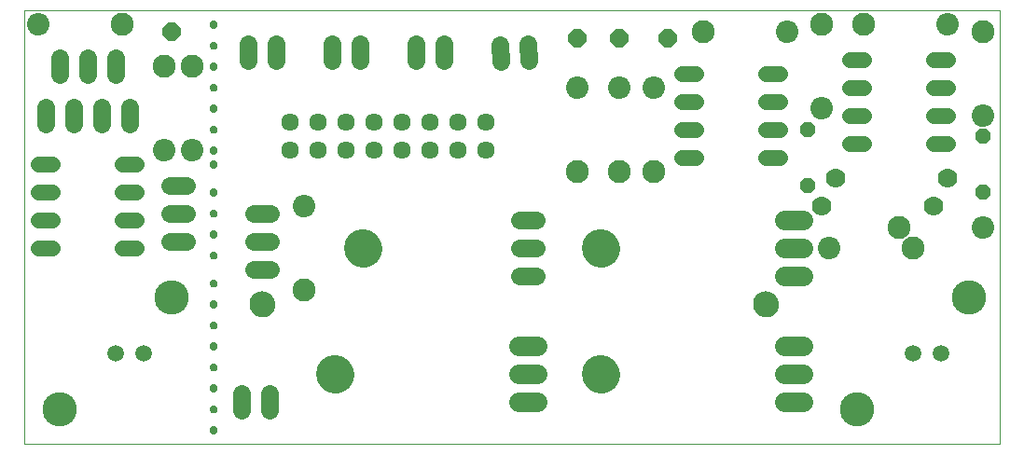
<source format=gbs>
G75*
%MOIN*%
%OFA0B0*%
%FSLAX25Y25*%
%IPPOS*%
%LPD*%
%AMOC8*
5,1,8,0,0,1.08239X$1,22.5*
%
%ADD10C,0.00000*%
%ADD11C,0.09061*%
%ADD12C,0.02762*%
%ADD13C,0.05904*%
%ADD14C,0.12270*%
%ADD15C,0.05600*%
%ADD16C,0.06400*%
%ADD17C,0.13400*%
%ADD18C,0.06337*%
%ADD19C,0.07000*%
%ADD20OC8,0.05600*%
%ADD21C,0.07000*%
%ADD22OC8,0.06400*%
%ADD23C,0.08062*%
%ADD24C,0.08246*%
D10*
X0001600Y0001800D02*
X0001600Y0156761D01*
X0350301Y0156761D01*
X0350301Y0001800D01*
X0001600Y0001800D01*
X0067919Y0006800D02*
X0067921Y0006869D01*
X0067927Y0006937D01*
X0067937Y0007005D01*
X0067951Y0007072D01*
X0067969Y0007139D01*
X0067990Y0007204D01*
X0068016Y0007268D01*
X0068045Y0007330D01*
X0068077Y0007390D01*
X0068113Y0007449D01*
X0068153Y0007505D01*
X0068195Y0007559D01*
X0068241Y0007610D01*
X0068290Y0007659D01*
X0068341Y0007705D01*
X0068395Y0007747D01*
X0068451Y0007787D01*
X0068509Y0007823D01*
X0068570Y0007855D01*
X0068632Y0007884D01*
X0068696Y0007910D01*
X0068761Y0007931D01*
X0068828Y0007949D01*
X0068895Y0007963D01*
X0068963Y0007973D01*
X0069031Y0007979D01*
X0069100Y0007981D01*
X0069169Y0007979D01*
X0069237Y0007973D01*
X0069305Y0007963D01*
X0069372Y0007949D01*
X0069439Y0007931D01*
X0069504Y0007910D01*
X0069568Y0007884D01*
X0069630Y0007855D01*
X0069690Y0007823D01*
X0069749Y0007787D01*
X0069805Y0007747D01*
X0069859Y0007705D01*
X0069910Y0007659D01*
X0069959Y0007610D01*
X0070005Y0007559D01*
X0070047Y0007505D01*
X0070087Y0007449D01*
X0070123Y0007390D01*
X0070155Y0007330D01*
X0070184Y0007268D01*
X0070210Y0007204D01*
X0070231Y0007139D01*
X0070249Y0007072D01*
X0070263Y0007005D01*
X0070273Y0006937D01*
X0070279Y0006869D01*
X0070281Y0006800D01*
X0070279Y0006731D01*
X0070273Y0006663D01*
X0070263Y0006595D01*
X0070249Y0006528D01*
X0070231Y0006461D01*
X0070210Y0006396D01*
X0070184Y0006332D01*
X0070155Y0006270D01*
X0070123Y0006209D01*
X0070087Y0006151D01*
X0070047Y0006095D01*
X0070005Y0006041D01*
X0069959Y0005990D01*
X0069910Y0005941D01*
X0069859Y0005895D01*
X0069805Y0005853D01*
X0069749Y0005813D01*
X0069691Y0005777D01*
X0069630Y0005745D01*
X0069568Y0005716D01*
X0069504Y0005690D01*
X0069439Y0005669D01*
X0069372Y0005651D01*
X0069305Y0005637D01*
X0069237Y0005627D01*
X0069169Y0005621D01*
X0069100Y0005619D01*
X0069031Y0005621D01*
X0068963Y0005627D01*
X0068895Y0005637D01*
X0068828Y0005651D01*
X0068761Y0005669D01*
X0068696Y0005690D01*
X0068632Y0005716D01*
X0068570Y0005745D01*
X0068509Y0005777D01*
X0068451Y0005813D01*
X0068395Y0005853D01*
X0068341Y0005895D01*
X0068290Y0005941D01*
X0068241Y0005990D01*
X0068195Y0006041D01*
X0068153Y0006095D01*
X0068113Y0006151D01*
X0068077Y0006209D01*
X0068045Y0006270D01*
X0068016Y0006332D01*
X0067990Y0006396D01*
X0067969Y0006461D01*
X0067951Y0006528D01*
X0067937Y0006595D01*
X0067927Y0006663D01*
X0067921Y0006731D01*
X0067919Y0006800D01*
X0067919Y0014300D02*
X0067921Y0014369D01*
X0067927Y0014437D01*
X0067937Y0014505D01*
X0067951Y0014572D01*
X0067969Y0014639D01*
X0067990Y0014704D01*
X0068016Y0014768D01*
X0068045Y0014830D01*
X0068077Y0014890D01*
X0068113Y0014949D01*
X0068153Y0015005D01*
X0068195Y0015059D01*
X0068241Y0015110D01*
X0068290Y0015159D01*
X0068341Y0015205D01*
X0068395Y0015247D01*
X0068451Y0015287D01*
X0068509Y0015323D01*
X0068570Y0015355D01*
X0068632Y0015384D01*
X0068696Y0015410D01*
X0068761Y0015431D01*
X0068828Y0015449D01*
X0068895Y0015463D01*
X0068963Y0015473D01*
X0069031Y0015479D01*
X0069100Y0015481D01*
X0069169Y0015479D01*
X0069237Y0015473D01*
X0069305Y0015463D01*
X0069372Y0015449D01*
X0069439Y0015431D01*
X0069504Y0015410D01*
X0069568Y0015384D01*
X0069630Y0015355D01*
X0069690Y0015323D01*
X0069749Y0015287D01*
X0069805Y0015247D01*
X0069859Y0015205D01*
X0069910Y0015159D01*
X0069959Y0015110D01*
X0070005Y0015059D01*
X0070047Y0015005D01*
X0070087Y0014949D01*
X0070123Y0014890D01*
X0070155Y0014830D01*
X0070184Y0014768D01*
X0070210Y0014704D01*
X0070231Y0014639D01*
X0070249Y0014572D01*
X0070263Y0014505D01*
X0070273Y0014437D01*
X0070279Y0014369D01*
X0070281Y0014300D01*
X0070279Y0014231D01*
X0070273Y0014163D01*
X0070263Y0014095D01*
X0070249Y0014028D01*
X0070231Y0013961D01*
X0070210Y0013896D01*
X0070184Y0013832D01*
X0070155Y0013770D01*
X0070123Y0013709D01*
X0070087Y0013651D01*
X0070047Y0013595D01*
X0070005Y0013541D01*
X0069959Y0013490D01*
X0069910Y0013441D01*
X0069859Y0013395D01*
X0069805Y0013353D01*
X0069749Y0013313D01*
X0069691Y0013277D01*
X0069630Y0013245D01*
X0069568Y0013216D01*
X0069504Y0013190D01*
X0069439Y0013169D01*
X0069372Y0013151D01*
X0069305Y0013137D01*
X0069237Y0013127D01*
X0069169Y0013121D01*
X0069100Y0013119D01*
X0069031Y0013121D01*
X0068963Y0013127D01*
X0068895Y0013137D01*
X0068828Y0013151D01*
X0068761Y0013169D01*
X0068696Y0013190D01*
X0068632Y0013216D01*
X0068570Y0013245D01*
X0068509Y0013277D01*
X0068451Y0013313D01*
X0068395Y0013353D01*
X0068341Y0013395D01*
X0068290Y0013441D01*
X0068241Y0013490D01*
X0068195Y0013541D01*
X0068153Y0013595D01*
X0068113Y0013651D01*
X0068077Y0013709D01*
X0068045Y0013770D01*
X0068016Y0013832D01*
X0067990Y0013896D01*
X0067969Y0013961D01*
X0067951Y0014028D01*
X0067937Y0014095D01*
X0067927Y0014163D01*
X0067921Y0014231D01*
X0067919Y0014300D01*
X0067919Y0021800D02*
X0067921Y0021869D01*
X0067927Y0021937D01*
X0067937Y0022005D01*
X0067951Y0022072D01*
X0067969Y0022139D01*
X0067990Y0022204D01*
X0068016Y0022268D01*
X0068045Y0022330D01*
X0068077Y0022390D01*
X0068113Y0022449D01*
X0068153Y0022505D01*
X0068195Y0022559D01*
X0068241Y0022610D01*
X0068290Y0022659D01*
X0068341Y0022705D01*
X0068395Y0022747D01*
X0068451Y0022787D01*
X0068509Y0022823D01*
X0068570Y0022855D01*
X0068632Y0022884D01*
X0068696Y0022910D01*
X0068761Y0022931D01*
X0068828Y0022949D01*
X0068895Y0022963D01*
X0068963Y0022973D01*
X0069031Y0022979D01*
X0069100Y0022981D01*
X0069169Y0022979D01*
X0069237Y0022973D01*
X0069305Y0022963D01*
X0069372Y0022949D01*
X0069439Y0022931D01*
X0069504Y0022910D01*
X0069568Y0022884D01*
X0069630Y0022855D01*
X0069690Y0022823D01*
X0069749Y0022787D01*
X0069805Y0022747D01*
X0069859Y0022705D01*
X0069910Y0022659D01*
X0069959Y0022610D01*
X0070005Y0022559D01*
X0070047Y0022505D01*
X0070087Y0022449D01*
X0070123Y0022390D01*
X0070155Y0022330D01*
X0070184Y0022268D01*
X0070210Y0022204D01*
X0070231Y0022139D01*
X0070249Y0022072D01*
X0070263Y0022005D01*
X0070273Y0021937D01*
X0070279Y0021869D01*
X0070281Y0021800D01*
X0070279Y0021731D01*
X0070273Y0021663D01*
X0070263Y0021595D01*
X0070249Y0021528D01*
X0070231Y0021461D01*
X0070210Y0021396D01*
X0070184Y0021332D01*
X0070155Y0021270D01*
X0070123Y0021209D01*
X0070087Y0021151D01*
X0070047Y0021095D01*
X0070005Y0021041D01*
X0069959Y0020990D01*
X0069910Y0020941D01*
X0069859Y0020895D01*
X0069805Y0020853D01*
X0069749Y0020813D01*
X0069691Y0020777D01*
X0069630Y0020745D01*
X0069568Y0020716D01*
X0069504Y0020690D01*
X0069439Y0020669D01*
X0069372Y0020651D01*
X0069305Y0020637D01*
X0069237Y0020627D01*
X0069169Y0020621D01*
X0069100Y0020619D01*
X0069031Y0020621D01*
X0068963Y0020627D01*
X0068895Y0020637D01*
X0068828Y0020651D01*
X0068761Y0020669D01*
X0068696Y0020690D01*
X0068632Y0020716D01*
X0068570Y0020745D01*
X0068509Y0020777D01*
X0068451Y0020813D01*
X0068395Y0020853D01*
X0068341Y0020895D01*
X0068290Y0020941D01*
X0068241Y0020990D01*
X0068195Y0021041D01*
X0068153Y0021095D01*
X0068113Y0021151D01*
X0068077Y0021209D01*
X0068045Y0021270D01*
X0068016Y0021332D01*
X0067990Y0021396D01*
X0067969Y0021461D01*
X0067951Y0021528D01*
X0067937Y0021595D01*
X0067927Y0021663D01*
X0067921Y0021731D01*
X0067919Y0021800D01*
X0067919Y0029300D02*
X0067921Y0029369D01*
X0067927Y0029437D01*
X0067937Y0029505D01*
X0067951Y0029572D01*
X0067969Y0029639D01*
X0067990Y0029704D01*
X0068016Y0029768D01*
X0068045Y0029830D01*
X0068077Y0029890D01*
X0068113Y0029949D01*
X0068153Y0030005D01*
X0068195Y0030059D01*
X0068241Y0030110D01*
X0068290Y0030159D01*
X0068341Y0030205D01*
X0068395Y0030247D01*
X0068451Y0030287D01*
X0068509Y0030323D01*
X0068570Y0030355D01*
X0068632Y0030384D01*
X0068696Y0030410D01*
X0068761Y0030431D01*
X0068828Y0030449D01*
X0068895Y0030463D01*
X0068963Y0030473D01*
X0069031Y0030479D01*
X0069100Y0030481D01*
X0069169Y0030479D01*
X0069237Y0030473D01*
X0069305Y0030463D01*
X0069372Y0030449D01*
X0069439Y0030431D01*
X0069504Y0030410D01*
X0069568Y0030384D01*
X0069630Y0030355D01*
X0069690Y0030323D01*
X0069749Y0030287D01*
X0069805Y0030247D01*
X0069859Y0030205D01*
X0069910Y0030159D01*
X0069959Y0030110D01*
X0070005Y0030059D01*
X0070047Y0030005D01*
X0070087Y0029949D01*
X0070123Y0029890D01*
X0070155Y0029830D01*
X0070184Y0029768D01*
X0070210Y0029704D01*
X0070231Y0029639D01*
X0070249Y0029572D01*
X0070263Y0029505D01*
X0070273Y0029437D01*
X0070279Y0029369D01*
X0070281Y0029300D01*
X0070279Y0029231D01*
X0070273Y0029163D01*
X0070263Y0029095D01*
X0070249Y0029028D01*
X0070231Y0028961D01*
X0070210Y0028896D01*
X0070184Y0028832D01*
X0070155Y0028770D01*
X0070123Y0028709D01*
X0070087Y0028651D01*
X0070047Y0028595D01*
X0070005Y0028541D01*
X0069959Y0028490D01*
X0069910Y0028441D01*
X0069859Y0028395D01*
X0069805Y0028353D01*
X0069749Y0028313D01*
X0069691Y0028277D01*
X0069630Y0028245D01*
X0069568Y0028216D01*
X0069504Y0028190D01*
X0069439Y0028169D01*
X0069372Y0028151D01*
X0069305Y0028137D01*
X0069237Y0028127D01*
X0069169Y0028121D01*
X0069100Y0028119D01*
X0069031Y0028121D01*
X0068963Y0028127D01*
X0068895Y0028137D01*
X0068828Y0028151D01*
X0068761Y0028169D01*
X0068696Y0028190D01*
X0068632Y0028216D01*
X0068570Y0028245D01*
X0068509Y0028277D01*
X0068451Y0028313D01*
X0068395Y0028353D01*
X0068341Y0028395D01*
X0068290Y0028441D01*
X0068241Y0028490D01*
X0068195Y0028541D01*
X0068153Y0028595D01*
X0068113Y0028651D01*
X0068077Y0028709D01*
X0068045Y0028770D01*
X0068016Y0028832D01*
X0067990Y0028896D01*
X0067969Y0028961D01*
X0067951Y0029028D01*
X0067937Y0029095D01*
X0067927Y0029163D01*
X0067921Y0029231D01*
X0067919Y0029300D01*
X0067919Y0036800D02*
X0067921Y0036869D01*
X0067927Y0036937D01*
X0067937Y0037005D01*
X0067951Y0037072D01*
X0067969Y0037139D01*
X0067990Y0037204D01*
X0068016Y0037268D01*
X0068045Y0037330D01*
X0068077Y0037390D01*
X0068113Y0037449D01*
X0068153Y0037505D01*
X0068195Y0037559D01*
X0068241Y0037610D01*
X0068290Y0037659D01*
X0068341Y0037705D01*
X0068395Y0037747D01*
X0068451Y0037787D01*
X0068509Y0037823D01*
X0068570Y0037855D01*
X0068632Y0037884D01*
X0068696Y0037910D01*
X0068761Y0037931D01*
X0068828Y0037949D01*
X0068895Y0037963D01*
X0068963Y0037973D01*
X0069031Y0037979D01*
X0069100Y0037981D01*
X0069169Y0037979D01*
X0069237Y0037973D01*
X0069305Y0037963D01*
X0069372Y0037949D01*
X0069439Y0037931D01*
X0069504Y0037910D01*
X0069568Y0037884D01*
X0069630Y0037855D01*
X0069690Y0037823D01*
X0069749Y0037787D01*
X0069805Y0037747D01*
X0069859Y0037705D01*
X0069910Y0037659D01*
X0069959Y0037610D01*
X0070005Y0037559D01*
X0070047Y0037505D01*
X0070087Y0037449D01*
X0070123Y0037390D01*
X0070155Y0037330D01*
X0070184Y0037268D01*
X0070210Y0037204D01*
X0070231Y0037139D01*
X0070249Y0037072D01*
X0070263Y0037005D01*
X0070273Y0036937D01*
X0070279Y0036869D01*
X0070281Y0036800D01*
X0070279Y0036731D01*
X0070273Y0036663D01*
X0070263Y0036595D01*
X0070249Y0036528D01*
X0070231Y0036461D01*
X0070210Y0036396D01*
X0070184Y0036332D01*
X0070155Y0036270D01*
X0070123Y0036209D01*
X0070087Y0036151D01*
X0070047Y0036095D01*
X0070005Y0036041D01*
X0069959Y0035990D01*
X0069910Y0035941D01*
X0069859Y0035895D01*
X0069805Y0035853D01*
X0069749Y0035813D01*
X0069691Y0035777D01*
X0069630Y0035745D01*
X0069568Y0035716D01*
X0069504Y0035690D01*
X0069439Y0035669D01*
X0069372Y0035651D01*
X0069305Y0035637D01*
X0069237Y0035627D01*
X0069169Y0035621D01*
X0069100Y0035619D01*
X0069031Y0035621D01*
X0068963Y0035627D01*
X0068895Y0035637D01*
X0068828Y0035651D01*
X0068761Y0035669D01*
X0068696Y0035690D01*
X0068632Y0035716D01*
X0068570Y0035745D01*
X0068509Y0035777D01*
X0068451Y0035813D01*
X0068395Y0035853D01*
X0068341Y0035895D01*
X0068290Y0035941D01*
X0068241Y0035990D01*
X0068195Y0036041D01*
X0068153Y0036095D01*
X0068113Y0036151D01*
X0068077Y0036209D01*
X0068045Y0036270D01*
X0068016Y0036332D01*
X0067990Y0036396D01*
X0067969Y0036461D01*
X0067951Y0036528D01*
X0067937Y0036595D01*
X0067927Y0036663D01*
X0067921Y0036731D01*
X0067919Y0036800D01*
X0067919Y0044300D02*
X0067921Y0044369D01*
X0067927Y0044437D01*
X0067937Y0044505D01*
X0067951Y0044572D01*
X0067969Y0044639D01*
X0067990Y0044704D01*
X0068016Y0044768D01*
X0068045Y0044830D01*
X0068077Y0044890D01*
X0068113Y0044949D01*
X0068153Y0045005D01*
X0068195Y0045059D01*
X0068241Y0045110D01*
X0068290Y0045159D01*
X0068341Y0045205D01*
X0068395Y0045247D01*
X0068451Y0045287D01*
X0068509Y0045323D01*
X0068570Y0045355D01*
X0068632Y0045384D01*
X0068696Y0045410D01*
X0068761Y0045431D01*
X0068828Y0045449D01*
X0068895Y0045463D01*
X0068963Y0045473D01*
X0069031Y0045479D01*
X0069100Y0045481D01*
X0069169Y0045479D01*
X0069237Y0045473D01*
X0069305Y0045463D01*
X0069372Y0045449D01*
X0069439Y0045431D01*
X0069504Y0045410D01*
X0069568Y0045384D01*
X0069630Y0045355D01*
X0069690Y0045323D01*
X0069749Y0045287D01*
X0069805Y0045247D01*
X0069859Y0045205D01*
X0069910Y0045159D01*
X0069959Y0045110D01*
X0070005Y0045059D01*
X0070047Y0045005D01*
X0070087Y0044949D01*
X0070123Y0044890D01*
X0070155Y0044830D01*
X0070184Y0044768D01*
X0070210Y0044704D01*
X0070231Y0044639D01*
X0070249Y0044572D01*
X0070263Y0044505D01*
X0070273Y0044437D01*
X0070279Y0044369D01*
X0070281Y0044300D01*
X0070279Y0044231D01*
X0070273Y0044163D01*
X0070263Y0044095D01*
X0070249Y0044028D01*
X0070231Y0043961D01*
X0070210Y0043896D01*
X0070184Y0043832D01*
X0070155Y0043770D01*
X0070123Y0043709D01*
X0070087Y0043651D01*
X0070047Y0043595D01*
X0070005Y0043541D01*
X0069959Y0043490D01*
X0069910Y0043441D01*
X0069859Y0043395D01*
X0069805Y0043353D01*
X0069749Y0043313D01*
X0069691Y0043277D01*
X0069630Y0043245D01*
X0069568Y0043216D01*
X0069504Y0043190D01*
X0069439Y0043169D01*
X0069372Y0043151D01*
X0069305Y0043137D01*
X0069237Y0043127D01*
X0069169Y0043121D01*
X0069100Y0043119D01*
X0069031Y0043121D01*
X0068963Y0043127D01*
X0068895Y0043137D01*
X0068828Y0043151D01*
X0068761Y0043169D01*
X0068696Y0043190D01*
X0068632Y0043216D01*
X0068570Y0043245D01*
X0068509Y0043277D01*
X0068451Y0043313D01*
X0068395Y0043353D01*
X0068341Y0043395D01*
X0068290Y0043441D01*
X0068241Y0043490D01*
X0068195Y0043541D01*
X0068153Y0043595D01*
X0068113Y0043651D01*
X0068077Y0043709D01*
X0068045Y0043770D01*
X0068016Y0043832D01*
X0067990Y0043896D01*
X0067969Y0043961D01*
X0067951Y0044028D01*
X0067937Y0044095D01*
X0067927Y0044163D01*
X0067921Y0044231D01*
X0067919Y0044300D01*
X0067919Y0051800D02*
X0067921Y0051869D01*
X0067927Y0051937D01*
X0067937Y0052005D01*
X0067951Y0052072D01*
X0067969Y0052139D01*
X0067990Y0052204D01*
X0068016Y0052268D01*
X0068045Y0052330D01*
X0068077Y0052390D01*
X0068113Y0052449D01*
X0068153Y0052505D01*
X0068195Y0052559D01*
X0068241Y0052610D01*
X0068290Y0052659D01*
X0068341Y0052705D01*
X0068395Y0052747D01*
X0068451Y0052787D01*
X0068509Y0052823D01*
X0068570Y0052855D01*
X0068632Y0052884D01*
X0068696Y0052910D01*
X0068761Y0052931D01*
X0068828Y0052949D01*
X0068895Y0052963D01*
X0068963Y0052973D01*
X0069031Y0052979D01*
X0069100Y0052981D01*
X0069169Y0052979D01*
X0069237Y0052973D01*
X0069305Y0052963D01*
X0069372Y0052949D01*
X0069439Y0052931D01*
X0069504Y0052910D01*
X0069568Y0052884D01*
X0069630Y0052855D01*
X0069690Y0052823D01*
X0069749Y0052787D01*
X0069805Y0052747D01*
X0069859Y0052705D01*
X0069910Y0052659D01*
X0069959Y0052610D01*
X0070005Y0052559D01*
X0070047Y0052505D01*
X0070087Y0052449D01*
X0070123Y0052390D01*
X0070155Y0052330D01*
X0070184Y0052268D01*
X0070210Y0052204D01*
X0070231Y0052139D01*
X0070249Y0052072D01*
X0070263Y0052005D01*
X0070273Y0051937D01*
X0070279Y0051869D01*
X0070281Y0051800D01*
X0070279Y0051731D01*
X0070273Y0051663D01*
X0070263Y0051595D01*
X0070249Y0051528D01*
X0070231Y0051461D01*
X0070210Y0051396D01*
X0070184Y0051332D01*
X0070155Y0051270D01*
X0070123Y0051209D01*
X0070087Y0051151D01*
X0070047Y0051095D01*
X0070005Y0051041D01*
X0069959Y0050990D01*
X0069910Y0050941D01*
X0069859Y0050895D01*
X0069805Y0050853D01*
X0069749Y0050813D01*
X0069691Y0050777D01*
X0069630Y0050745D01*
X0069568Y0050716D01*
X0069504Y0050690D01*
X0069439Y0050669D01*
X0069372Y0050651D01*
X0069305Y0050637D01*
X0069237Y0050627D01*
X0069169Y0050621D01*
X0069100Y0050619D01*
X0069031Y0050621D01*
X0068963Y0050627D01*
X0068895Y0050637D01*
X0068828Y0050651D01*
X0068761Y0050669D01*
X0068696Y0050690D01*
X0068632Y0050716D01*
X0068570Y0050745D01*
X0068509Y0050777D01*
X0068451Y0050813D01*
X0068395Y0050853D01*
X0068341Y0050895D01*
X0068290Y0050941D01*
X0068241Y0050990D01*
X0068195Y0051041D01*
X0068153Y0051095D01*
X0068113Y0051151D01*
X0068077Y0051209D01*
X0068045Y0051270D01*
X0068016Y0051332D01*
X0067990Y0051396D01*
X0067969Y0051461D01*
X0067951Y0051528D01*
X0067937Y0051595D01*
X0067927Y0051663D01*
X0067921Y0051731D01*
X0067919Y0051800D01*
X0067919Y0059300D02*
X0067921Y0059369D01*
X0067927Y0059437D01*
X0067937Y0059505D01*
X0067951Y0059572D01*
X0067969Y0059639D01*
X0067990Y0059704D01*
X0068016Y0059768D01*
X0068045Y0059830D01*
X0068077Y0059890D01*
X0068113Y0059949D01*
X0068153Y0060005D01*
X0068195Y0060059D01*
X0068241Y0060110D01*
X0068290Y0060159D01*
X0068341Y0060205D01*
X0068395Y0060247D01*
X0068451Y0060287D01*
X0068509Y0060323D01*
X0068570Y0060355D01*
X0068632Y0060384D01*
X0068696Y0060410D01*
X0068761Y0060431D01*
X0068828Y0060449D01*
X0068895Y0060463D01*
X0068963Y0060473D01*
X0069031Y0060479D01*
X0069100Y0060481D01*
X0069169Y0060479D01*
X0069237Y0060473D01*
X0069305Y0060463D01*
X0069372Y0060449D01*
X0069439Y0060431D01*
X0069504Y0060410D01*
X0069568Y0060384D01*
X0069630Y0060355D01*
X0069690Y0060323D01*
X0069749Y0060287D01*
X0069805Y0060247D01*
X0069859Y0060205D01*
X0069910Y0060159D01*
X0069959Y0060110D01*
X0070005Y0060059D01*
X0070047Y0060005D01*
X0070087Y0059949D01*
X0070123Y0059890D01*
X0070155Y0059830D01*
X0070184Y0059768D01*
X0070210Y0059704D01*
X0070231Y0059639D01*
X0070249Y0059572D01*
X0070263Y0059505D01*
X0070273Y0059437D01*
X0070279Y0059369D01*
X0070281Y0059300D01*
X0070279Y0059231D01*
X0070273Y0059163D01*
X0070263Y0059095D01*
X0070249Y0059028D01*
X0070231Y0058961D01*
X0070210Y0058896D01*
X0070184Y0058832D01*
X0070155Y0058770D01*
X0070123Y0058709D01*
X0070087Y0058651D01*
X0070047Y0058595D01*
X0070005Y0058541D01*
X0069959Y0058490D01*
X0069910Y0058441D01*
X0069859Y0058395D01*
X0069805Y0058353D01*
X0069749Y0058313D01*
X0069691Y0058277D01*
X0069630Y0058245D01*
X0069568Y0058216D01*
X0069504Y0058190D01*
X0069439Y0058169D01*
X0069372Y0058151D01*
X0069305Y0058137D01*
X0069237Y0058127D01*
X0069169Y0058121D01*
X0069100Y0058119D01*
X0069031Y0058121D01*
X0068963Y0058127D01*
X0068895Y0058137D01*
X0068828Y0058151D01*
X0068761Y0058169D01*
X0068696Y0058190D01*
X0068632Y0058216D01*
X0068570Y0058245D01*
X0068509Y0058277D01*
X0068451Y0058313D01*
X0068395Y0058353D01*
X0068341Y0058395D01*
X0068290Y0058441D01*
X0068241Y0058490D01*
X0068195Y0058541D01*
X0068153Y0058595D01*
X0068113Y0058651D01*
X0068077Y0058709D01*
X0068045Y0058770D01*
X0068016Y0058832D01*
X0067990Y0058896D01*
X0067969Y0058961D01*
X0067951Y0059028D01*
X0067937Y0059095D01*
X0067927Y0059163D01*
X0067921Y0059231D01*
X0067919Y0059300D01*
X0082269Y0051800D02*
X0082271Y0051931D01*
X0082277Y0052063D01*
X0082287Y0052194D01*
X0082301Y0052325D01*
X0082319Y0052455D01*
X0082341Y0052584D01*
X0082366Y0052713D01*
X0082396Y0052841D01*
X0082430Y0052968D01*
X0082467Y0053095D01*
X0082508Y0053219D01*
X0082553Y0053343D01*
X0082602Y0053465D01*
X0082654Y0053586D01*
X0082710Y0053704D01*
X0082770Y0053822D01*
X0082833Y0053937D01*
X0082900Y0054050D01*
X0082970Y0054162D01*
X0083043Y0054271D01*
X0083119Y0054377D01*
X0083199Y0054482D01*
X0083282Y0054584D01*
X0083368Y0054683D01*
X0083457Y0054780D01*
X0083549Y0054874D01*
X0083644Y0054965D01*
X0083741Y0055054D01*
X0083841Y0055139D01*
X0083944Y0055221D01*
X0084049Y0055300D01*
X0084156Y0055376D01*
X0084266Y0055448D01*
X0084378Y0055517D01*
X0084492Y0055583D01*
X0084607Y0055645D01*
X0084725Y0055704D01*
X0084844Y0055759D01*
X0084965Y0055811D01*
X0085088Y0055858D01*
X0085212Y0055902D01*
X0085337Y0055943D01*
X0085463Y0055979D01*
X0085591Y0056012D01*
X0085719Y0056040D01*
X0085848Y0056065D01*
X0085978Y0056086D01*
X0086108Y0056103D01*
X0086239Y0056116D01*
X0086370Y0056125D01*
X0086501Y0056130D01*
X0086633Y0056131D01*
X0086764Y0056128D01*
X0086896Y0056121D01*
X0087027Y0056110D01*
X0087157Y0056095D01*
X0087287Y0056076D01*
X0087417Y0056053D01*
X0087545Y0056027D01*
X0087673Y0055996D01*
X0087800Y0055961D01*
X0087926Y0055923D01*
X0088050Y0055881D01*
X0088174Y0055835D01*
X0088295Y0055785D01*
X0088415Y0055732D01*
X0088534Y0055675D01*
X0088651Y0055615D01*
X0088765Y0055551D01*
X0088878Y0055483D01*
X0088989Y0055412D01*
X0089098Y0055338D01*
X0089204Y0055261D01*
X0089308Y0055180D01*
X0089409Y0055097D01*
X0089508Y0055010D01*
X0089604Y0054920D01*
X0089697Y0054827D01*
X0089788Y0054732D01*
X0089875Y0054634D01*
X0089960Y0054533D01*
X0090041Y0054430D01*
X0090119Y0054324D01*
X0090194Y0054216D01*
X0090266Y0054106D01*
X0090334Y0053994D01*
X0090399Y0053880D01*
X0090460Y0053763D01*
X0090518Y0053645D01*
X0090572Y0053525D01*
X0090623Y0053404D01*
X0090670Y0053281D01*
X0090713Y0053157D01*
X0090752Y0053032D01*
X0090788Y0052905D01*
X0090819Y0052777D01*
X0090847Y0052649D01*
X0090871Y0052520D01*
X0090891Y0052390D01*
X0090907Y0052259D01*
X0090919Y0052128D01*
X0090927Y0051997D01*
X0090931Y0051866D01*
X0090931Y0051734D01*
X0090927Y0051603D01*
X0090919Y0051472D01*
X0090907Y0051341D01*
X0090891Y0051210D01*
X0090871Y0051080D01*
X0090847Y0050951D01*
X0090819Y0050823D01*
X0090788Y0050695D01*
X0090752Y0050568D01*
X0090713Y0050443D01*
X0090670Y0050319D01*
X0090623Y0050196D01*
X0090572Y0050075D01*
X0090518Y0049955D01*
X0090460Y0049837D01*
X0090399Y0049720D01*
X0090334Y0049606D01*
X0090266Y0049494D01*
X0090194Y0049384D01*
X0090119Y0049276D01*
X0090041Y0049170D01*
X0089960Y0049067D01*
X0089875Y0048966D01*
X0089788Y0048868D01*
X0089697Y0048773D01*
X0089604Y0048680D01*
X0089508Y0048590D01*
X0089409Y0048503D01*
X0089308Y0048420D01*
X0089204Y0048339D01*
X0089098Y0048262D01*
X0088989Y0048188D01*
X0088878Y0048117D01*
X0088766Y0048049D01*
X0088651Y0047985D01*
X0088534Y0047925D01*
X0088415Y0047868D01*
X0088295Y0047815D01*
X0088174Y0047765D01*
X0088050Y0047719D01*
X0087926Y0047677D01*
X0087800Y0047639D01*
X0087673Y0047604D01*
X0087545Y0047573D01*
X0087417Y0047547D01*
X0087287Y0047524D01*
X0087157Y0047505D01*
X0087027Y0047490D01*
X0086896Y0047479D01*
X0086764Y0047472D01*
X0086633Y0047469D01*
X0086501Y0047470D01*
X0086370Y0047475D01*
X0086239Y0047484D01*
X0086108Y0047497D01*
X0085978Y0047514D01*
X0085848Y0047535D01*
X0085719Y0047560D01*
X0085591Y0047588D01*
X0085463Y0047621D01*
X0085337Y0047657D01*
X0085212Y0047698D01*
X0085088Y0047742D01*
X0084965Y0047789D01*
X0084844Y0047841D01*
X0084725Y0047896D01*
X0084607Y0047955D01*
X0084492Y0048017D01*
X0084378Y0048083D01*
X0084266Y0048152D01*
X0084156Y0048224D01*
X0084049Y0048300D01*
X0083944Y0048379D01*
X0083841Y0048461D01*
X0083741Y0048546D01*
X0083644Y0048635D01*
X0083549Y0048726D01*
X0083457Y0048820D01*
X0083368Y0048917D01*
X0083282Y0049016D01*
X0083199Y0049118D01*
X0083119Y0049223D01*
X0083043Y0049329D01*
X0082970Y0049438D01*
X0082900Y0049550D01*
X0082833Y0049663D01*
X0082770Y0049778D01*
X0082710Y0049896D01*
X0082654Y0050014D01*
X0082602Y0050135D01*
X0082553Y0050257D01*
X0082508Y0050381D01*
X0082467Y0050505D01*
X0082430Y0050632D01*
X0082396Y0050759D01*
X0082366Y0050887D01*
X0082341Y0051016D01*
X0082319Y0051145D01*
X0082301Y0051275D01*
X0082287Y0051406D01*
X0082277Y0051537D01*
X0082271Y0051669D01*
X0082269Y0051800D01*
X0067919Y0069300D02*
X0067921Y0069369D01*
X0067927Y0069437D01*
X0067937Y0069505D01*
X0067951Y0069572D01*
X0067969Y0069639D01*
X0067990Y0069704D01*
X0068016Y0069768D01*
X0068045Y0069830D01*
X0068077Y0069890D01*
X0068113Y0069949D01*
X0068153Y0070005D01*
X0068195Y0070059D01*
X0068241Y0070110D01*
X0068290Y0070159D01*
X0068341Y0070205D01*
X0068395Y0070247D01*
X0068451Y0070287D01*
X0068509Y0070323D01*
X0068570Y0070355D01*
X0068632Y0070384D01*
X0068696Y0070410D01*
X0068761Y0070431D01*
X0068828Y0070449D01*
X0068895Y0070463D01*
X0068963Y0070473D01*
X0069031Y0070479D01*
X0069100Y0070481D01*
X0069169Y0070479D01*
X0069237Y0070473D01*
X0069305Y0070463D01*
X0069372Y0070449D01*
X0069439Y0070431D01*
X0069504Y0070410D01*
X0069568Y0070384D01*
X0069630Y0070355D01*
X0069690Y0070323D01*
X0069749Y0070287D01*
X0069805Y0070247D01*
X0069859Y0070205D01*
X0069910Y0070159D01*
X0069959Y0070110D01*
X0070005Y0070059D01*
X0070047Y0070005D01*
X0070087Y0069949D01*
X0070123Y0069890D01*
X0070155Y0069830D01*
X0070184Y0069768D01*
X0070210Y0069704D01*
X0070231Y0069639D01*
X0070249Y0069572D01*
X0070263Y0069505D01*
X0070273Y0069437D01*
X0070279Y0069369D01*
X0070281Y0069300D01*
X0070279Y0069231D01*
X0070273Y0069163D01*
X0070263Y0069095D01*
X0070249Y0069028D01*
X0070231Y0068961D01*
X0070210Y0068896D01*
X0070184Y0068832D01*
X0070155Y0068770D01*
X0070123Y0068709D01*
X0070087Y0068651D01*
X0070047Y0068595D01*
X0070005Y0068541D01*
X0069959Y0068490D01*
X0069910Y0068441D01*
X0069859Y0068395D01*
X0069805Y0068353D01*
X0069749Y0068313D01*
X0069691Y0068277D01*
X0069630Y0068245D01*
X0069568Y0068216D01*
X0069504Y0068190D01*
X0069439Y0068169D01*
X0069372Y0068151D01*
X0069305Y0068137D01*
X0069237Y0068127D01*
X0069169Y0068121D01*
X0069100Y0068119D01*
X0069031Y0068121D01*
X0068963Y0068127D01*
X0068895Y0068137D01*
X0068828Y0068151D01*
X0068761Y0068169D01*
X0068696Y0068190D01*
X0068632Y0068216D01*
X0068570Y0068245D01*
X0068509Y0068277D01*
X0068451Y0068313D01*
X0068395Y0068353D01*
X0068341Y0068395D01*
X0068290Y0068441D01*
X0068241Y0068490D01*
X0068195Y0068541D01*
X0068153Y0068595D01*
X0068113Y0068651D01*
X0068077Y0068709D01*
X0068045Y0068770D01*
X0068016Y0068832D01*
X0067990Y0068896D01*
X0067969Y0068961D01*
X0067951Y0069028D01*
X0067937Y0069095D01*
X0067927Y0069163D01*
X0067921Y0069231D01*
X0067919Y0069300D01*
X0067919Y0076800D02*
X0067921Y0076869D01*
X0067927Y0076937D01*
X0067937Y0077005D01*
X0067951Y0077072D01*
X0067969Y0077139D01*
X0067990Y0077204D01*
X0068016Y0077268D01*
X0068045Y0077330D01*
X0068077Y0077390D01*
X0068113Y0077449D01*
X0068153Y0077505D01*
X0068195Y0077559D01*
X0068241Y0077610D01*
X0068290Y0077659D01*
X0068341Y0077705D01*
X0068395Y0077747D01*
X0068451Y0077787D01*
X0068509Y0077823D01*
X0068570Y0077855D01*
X0068632Y0077884D01*
X0068696Y0077910D01*
X0068761Y0077931D01*
X0068828Y0077949D01*
X0068895Y0077963D01*
X0068963Y0077973D01*
X0069031Y0077979D01*
X0069100Y0077981D01*
X0069169Y0077979D01*
X0069237Y0077973D01*
X0069305Y0077963D01*
X0069372Y0077949D01*
X0069439Y0077931D01*
X0069504Y0077910D01*
X0069568Y0077884D01*
X0069630Y0077855D01*
X0069690Y0077823D01*
X0069749Y0077787D01*
X0069805Y0077747D01*
X0069859Y0077705D01*
X0069910Y0077659D01*
X0069959Y0077610D01*
X0070005Y0077559D01*
X0070047Y0077505D01*
X0070087Y0077449D01*
X0070123Y0077390D01*
X0070155Y0077330D01*
X0070184Y0077268D01*
X0070210Y0077204D01*
X0070231Y0077139D01*
X0070249Y0077072D01*
X0070263Y0077005D01*
X0070273Y0076937D01*
X0070279Y0076869D01*
X0070281Y0076800D01*
X0070279Y0076731D01*
X0070273Y0076663D01*
X0070263Y0076595D01*
X0070249Y0076528D01*
X0070231Y0076461D01*
X0070210Y0076396D01*
X0070184Y0076332D01*
X0070155Y0076270D01*
X0070123Y0076209D01*
X0070087Y0076151D01*
X0070047Y0076095D01*
X0070005Y0076041D01*
X0069959Y0075990D01*
X0069910Y0075941D01*
X0069859Y0075895D01*
X0069805Y0075853D01*
X0069749Y0075813D01*
X0069691Y0075777D01*
X0069630Y0075745D01*
X0069568Y0075716D01*
X0069504Y0075690D01*
X0069439Y0075669D01*
X0069372Y0075651D01*
X0069305Y0075637D01*
X0069237Y0075627D01*
X0069169Y0075621D01*
X0069100Y0075619D01*
X0069031Y0075621D01*
X0068963Y0075627D01*
X0068895Y0075637D01*
X0068828Y0075651D01*
X0068761Y0075669D01*
X0068696Y0075690D01*
X0068632Y0075716D01*
X0068570Y0075745D01*
X0068509Y0075777D01*
X0068451Y0075813D01*
X0068395Y0075853D01*
X0068341Y0075895D01*
X0068290Y0075941D01*
X0068241Y0075990D01*
X0068195Y0076041D01*
X0068153Y0076095D01*
X0068113Y0076151D01*
X0068077Y0076209D01*
X0068045Y0076270D01*
X0068016Y0076332D01*
X0067990Y0076396D01*
X0067969Y0076461D01*
X0067951Y0076528D01*
X0067937Y0076595D01*
X0067927Y0076663D01*
X0067921Y0076731D01*
X0067919Y0076800D01*
X0067919Y0084300D02*
X0067921Y0084369D01*
X0067927Y0084437D01*
X0067937Y0084505D01*
X0067951Y0084572D01*
X0067969Y0084639D01*
X0067990Y0084704D01*
X0068016Y0084768D01*
X0068045Y0084830D01*
X0068077Y0084890D01*
X0068113Y0084949D01*
X0068153Y0085005D01*
X0068195Y0085059D01*
X0068241Y0085110D01*
X0068290Y0085159D01*
X0068341Y0085205D01*
X0068395Y0085247D01*
X0068451Y0085287D01*
X0068509Y0085323D01*
X0068570Y0085355D01*
X0068632Y0085384D01*
X0068696Y0085410D01*
X0068761Y0085431D01*
X0068828Y0085449D01*
X0068895Y0085463D01*
X0068963Y0085473D01*
X0069031Y0085479D01*
X0069100Y0085481D01*
X0069169Y0085479D01*
X0069237Y0085473D01*
X0069305Y0085463D01*
X0069372Y0085449D01*
X0069439Y0085431D01*
X0069504Y0085410D01*
X0069568Y0085384D01*
X0069630Y0085355D01*
X0069690Y0085323D01*
X0069749Y0085287D01*
X0069805Y0085247D01*
X0069859Y0085205D01*
X0069910Y0085159D01*
X0069959Y0085110D01*
X0070005Y0085059D01*
X0070047Y0085005D01*
X0070087Y0084949D01*
X0070123Y0084890D01*
X0070155Y0084830D01*
X0070184Y0084768D01*
X0070210Y0084704D01*
X0070231Y0084639D01*
X0070249Y0084572D01*
X0070263Y0084505D01*
X0070273Y0084437D01*
X0070279Y0084369D01*
X0070281Y0084300D01*
X0070279Y0084231D01*
X0070273Y0084163D01*
X0070263Y0084095D01*
X0070249Y0084028D01*
X0070231Y0083961D01*
X0070210Y0083896D01*
X0070184Y0083832D01*
X0070155Y0083770D01*
X0070123Y0083709D01*
X0070087Y0083651D01*
X0070047Y0083595D01*
X0070005Y0083541D01*
X0069959Y0083490D01*
X0069910Y0083441D01*
X0069859Y0083395D01*
X0069805Y0083353D01*
X0069749Y0083313D01*
X0069691Y0083277D01*
X0069630Y0083245D01*
X0069568Y0083216D01*
X0069504Y0083190D01*
X0069439Y0083169D01*
X0069372Y0083151D01*
X0069305Y0083137D01*
X0069237Y0083127D01*
X0069169Y0083121D01*
X0069100Y0083119D01*
X0069031Y0083121D01*
X0068963Y0083127D01*
X0068895Y0083137D01*
X0068828Y0083151D01*
X0068761Y0083169D01*
X0068696Y0083190D01*
X0068632Y0083216D01*
X0068570Y0083245D01*
X0068509Y0083277D01*
X0068451Y0083313D01*
X0068395Y0083353D01*
X0068341Y0083395D01*
X0068290Y0083441D01*
X0068241Y0083490D01*
X0068195Y0083541D01*
X0068153Y0083595D01*
X0068113Y0083651D01*
X0068077Y0083709D01*
X0068045Y0083770D01*
X0068016Y0083832D01*
X0067990Y0083896D01*
X0067969Y0083961D01*
X0067951Y0084028D01*
X0067937Y0084095D01*
X0067927Y0084163D01*
X0067921Y0084231D01*
X0067919Y0084300D01*
X0067919Y0091800D02*
X0067921Y0091869D01*
X0067927Y0091937D01*
X0067937Y0092005D01*
X0067951Y0092072D01*
X0067969Y0092139D01*
X0067990Y0092204D01*
X0068016Y0092268D01*
X0068045Y0092330D01*
X0068077Y0092390D01*
X0068113Y0092449D01*
X0068153Y0092505D01*
X0068195Y0092559D01*
X0068241Y0092610D01*
X0068290Y0092659D01*
X0068341Y0092705D01*
X0068395Y0092747D01*
X0068451Y0092787D01*
X0068509Y0092823D01*
X0068570Y0092855D01*
X0068632Y0092884D01*
X0068696Y0092910D01*
X0068761Y0092931D01*
X0068828Y0092949D01*
X0068895Y0092963D01*
X0068963Y0092973D01*
X0069031Y0092979D01*
X0069100Y0092981D01*
X0069169Y0092979D01*
X0069237Y0092973D01*
X0069305Y0092963D01*
X0069372Y0092949D01*
X0069439Y0092931D01*
X0069504Y0092910D01*
X0069568Y0092884D01*
X0069630Y0092855D01*
X0069690Y0092823D01*
X0069749Y0092787D01*
X0069805Y0092747D01*
X0069859Y0092705D01*
X0069910Y0092659D01*
X0069959Y0092610D01*
X0070005Y0092559D01*
X0070047Y0092505D01*
X0070087Y0092449D01*
X0070123Y0092390D01*
X0070155Y0092330D01*
X0070184Y0092268D01*
X0070210Y0092204D01*
X0070231Y0092139D01*
X0070249Y0092072D01*
X0070263Y0092005D01*
X0070273Y0091937D01*
X0070279Y0091869D01*
X0070281Y0091800D01*
X0070279Y0091731D01*
X0070273Y0091663D01*
X0070263Y0091595D01*
X0070249Y0091528D01*
X0070231Y0091461D01*
X0070210Y0091396D01*
X0070184Y0091332D01*
X0070155Y0091270D01*
X0070123Y0091209D01*
X0070087Y0091151D01*
X0070047Y0091095D01*
X0070005Y0091041D01*
X0069959Y0090990D01*
X0069910Y0090941D01*
X0069859Y0090895D01*
X0069805Y0090853D01*
X0069749Y0090813D01*
X0069691Y0090777D01*
X0069630Y0090745D01*
X0069568Y0090716D01*
X0069504Y0090690D01*
X0069439Y0090669D01*
X0069372Y0090651D01*
X0069305Y0090637D01*
X0069237Y0090627D01*
X0069169Y0090621D01*
X0069100Y0090619D01*
X0069031Y0090621D01*
X0068963Y0090627D01*
X0068895Y0090637D01*
X0068828Y0090651D01*
X0068761Y0090669D01*
X0068696Y0090690D01*
X0068632Y0090716D01*
X0068570Y0090745D01*
X0068509Y0090777D01*
X0068451Y0090813D01*
X0068395Y0090853D01*
X0068341Y0090895D01*
X0068290Y0090941D01*
X0068241Y0090990D01*
X0068195Y0091041D01*
X0068153Y0091095D01*
X0068113Y0091151D01*
X0068077Y0091209D01*
X0068045Y0091270D01*
X0068016Y0091332D01*
X0067990Y0091396D01*
X0067969Y0091461D01*
X0067951Y0091528D01*
X0067937Y0091595D01*
X0067927Y0091663D01*
X0067921Y0091731D01*
X0067919Y0091800D01*
X0067919Y0101800D02*
X0067921Y0101869D01*
X0067927Y0101937D01*
X0067937Y0102005D01*
X0067951Y0102072D01*
X0067969Y0102139D01*
X0067990Y0102204D01*
X0068016Y0102268D01*
X0068045Y0102330D01*
X0068077Y0102390D01*
X0068113Y0102449D01*
X0068153Y0102505D01*
X0068195Y0102559D01*
X0068241Y0102610D01*
X0068290Y0102659D01*
X0068341Y0102705D01*
X0068395Y0102747D01*
X0068451Y0102787D01*
X0068509Y0102823D01*
X0068570Y0102855D01*
X0068632Y0102884D01*
X0068696Y0102910D01*
X0068761Y0102931D01*
X0068828Y0102949D01*
X0068895Y0102963D01*
X0068963Y0102973D01*
X0069031Y0102979D01*
X0069100Y0102981D01*
X0069169Y0102979D01*
X0069237Y0102973D01*
X0069305Y0102963D01*
X0069372Y0102949D01*
X0069439Y0102931D01*
X0069504Y0102910D01*
X0069568Y0102884D01*
X0069630Y0102855D01*
X0069690Y0102823D01*
X0069749Y0102787D01*
X0069805Y0102747D01*
X0069859Y0102705D01*
X0069910Y0102659D01*
X0069959Y0102610D01*
X0070005Y0102559D01*
X0070047Y0102505D01*
X0070087Y0102449D01*
X0070123Y0102390D01*
X0070155Y0102330D01*
X0070184Y0102268D01*
X0070210Y0102204D01*
X0070231Y0102139D01*
X0070249Y0102072D01*
X0070263Y0102005D01*
X0070273Y0101937D01*
X0070279Y0101869D01*
X0070281Y0101800D01*
X0070279Y0101731D01*
X0070273Y0101663D01*
X0070263Y0101595D01*
X0070249Y0101528D01*
X0070231Y0101461D01*
X0070210Y0101396D01*
X0070184Y0101332D01*
X0070155Y0101270D01*
X0070123Y0101209D01*
X0070087Y0101151D01*
X0070047Y0101095D01*
X0070005Y0101041D01*
X0069959Y0100990D01*
X0069910Y0100941D01*
X0069859Y0100895D01*
X0069805Y0100853D01*
X0069749Y0100813D01*
X0069691Y0100777D01*
X0069630Y0100745D01*
X0069568Y0100716D01*
X0069504Y0100690D01*
X0069439Y0100669D01*
X0069372Y0100651D01*
X0069305Y0100637D01*
X0069237Y0100627D01*
X0069169Y0100621D01*
X0069100Y0100619D01*
X0069031Y0100621D01*
X0068963Y0100627D01*
X0068895Y0100637D01*
X0068828Y0100651D01*
X0068761Y0100669D01*
X0068696Y0100690D01*
X0068632Y0100716D01*
X0068570Y0100745D01*
X0068509Y0100777D01*
X0068451Y0100813D01*
X0068395Y0100853D01*
X0068341Y0100895D01*
X0068290Y0100941D01*
X0068241Y0100990D01*
X0068195Y0101041D01*
X0068153Y0101095D01*
X0068113Y0101151D01*
X0068077Y0101209D01*
X0068045Y0101270D01*
X0068016Y0101332D01*
X0067990Y0101396D01*
X0067969Y0101461D01*
X0067951Y0101528D01*
X0067937Y0101595D01*
X0067927Y0101663D01*
X0067921Y0101731D01*
X0067919Y0101800D01*
X0067919Y0106800D02*
X0067921Y0106869D01*
X0067927Y0106937D01*
X0067937Y0107005D01*
X0067951Y0107072D01*
X0067969Y0107139D01*
X0067990Y0107204D01*
X0068016Y0107268D01*
X0068045Y0107330D01*
X0068077Y0107390D01*
X0068113Y0107449D01*
X0068153Y0107505D01*
X0068195Y0107559D01*
X0068241Y0107610D01*
X0068290Y0107659D01*
X0068341Y0107705D01*
X0068395Y0107747D01*
X0068451Y0107787D01*
X0068509Y0107823D01*
X0068570Y0107855D01*
X0068632Y0107884D01*
X0068696Y0107910D01*
X0068761Y0107931D01*
X0068828Y0107949D01*
X0068895Y0107963D01*
X0068963Y0107973D01*
X0069031Y0107979D01*
X0069100Y0107981D01*
X0069169Y0107979D01*
X0069237Y0107973D01*
X0069305Y0107963D01*
X0069372Y0107949D01*
X0069439Y0107931D01*
X0069504Y0107910D01*
X0069568Y0107884D01*
X0069630Y0107855D01*
X0069690Y0107823D01*
X0069749Y0107787D01*
X0069805Y0107747D01*
X0069859Y0107705D01*
X0069910Y0107659D01*
X0069959Y0107610D01*
X0070005Y0107559D01*
X0070047Y0107505D01*
X0070087Y0107449D01*
X0070123Y0107390D01*
X0070155Y0107330D01*
X0070184Y0107268D01*
X0070210Y0107204D01*
X0070231Y0107139D01*
X0070249Y0107072D01*
X0070263Y0107005D01*
X0070273Y0106937D01*
X0070279Y0106869D01*
X0070281Y0106800D01*
X0070279Y0106731D01*
X0070273Y0106663D01*
X0070263Y0106595D01*
X0070249Y0106528D01*
X0070231Y0106461D01*
X0070210Y0106396D01*
X0070184Y0106332D01*
X0070155Y0106270D01*
X0070123Y0106209D01*
X0070087Y0106151D01*
X0070047Y0106095D01*
X0070005Y0106041D01*
X0069959Y0105990D01*
X0069910Y0105941D01*
X0069859Y0105895D01*
X0069805Y0105853D01*
X0069749Y0105813D01*
X0069691Y0105777D01*
X0069630Y0105745D01*
X0069568Y0105716D01*
X0069504Y0105690D01*
X0069439Y0105669D01*
X0069372Y0105651D01*
X0069305Y0105637D01*
X0069237Y0105627D01*
X0069169Y0105621D01*
X0069100Y0105619D01*
X0069031Y0105621D01*
X0068963Y0105627D01*
X0068895Y0105637D01*
X0068828Y0105651D01*
X0068761Y0105669D01*
X0068696Y0105690D01*
X0068632Y0105716D01*
X0068570Y0105745D01*
X0068509Y0105777D01*
X0068451Y0105813D01*
X0068395Y0105853D01*
X0068341Y0105895D01*
X0068290Y0105941D01*
X0068241Y0105990D01*
X0068195Y0106041D01*
X0068153Y0106095D01*
X0068113Y0106151D01*
X0068077Y0106209D01*
X0068045Y0106270D01*
X0068016Y0106332D01*
X0067990Y0106396D01*
X0067969Y0106461D01*
X0067951Y0106528D01*
X0067937Y0106595D01*
X0067927Y0106663D01*
X0067921Y0106731D01*
X0067919Y0106800D01*
X0067919Y0114300D02*
X0067921Y0114369D01*
X0067927Y0114437D01*
X0067937Y0114505D01*
X0067951Y0114572D01*
X0067969Y0114639D01*
X0067990Y0114704D01*
X0068016Y0114768D01*
X0068045Y0114830D01*
X0068077Y0114890D01*
X0068113Y0114949D01*
X0068153Y0115005D01*
X0068195Y0115059D01*
X0068241Y0115110D01*
X0068290Y0115159D01*
X0068341Y0115205D01*
X0068395Y0115247D01*
X0068451Y0115287D01*
X0068509Y0115323D01*
X0068570Y0115355D01*
X0068632Y0115384D01*
X0068696Y0115410D01*
X0068761Y0115431D01*
X0068828Y0115449D01*
X0068895Y0115463D01*
X0068963Y0115473D01*
X0069031Y0115479D01*
X0069100Y0115481D01*
X0069169Y0115479D01*
X0069237Y0115473D01*
X0069305Y0115463D01*
X0069372Y0115449D01*
X0069439Y0115431D01*
X0069504Y0115410D01*
X0069568Y0115384D01*
X0069630Y0115355D01*
X0069690Y0115323D01*
X0069749Y0115287D01*
X0069805Y0115247D01*
X0069859Y0115205D01*
X0069910Y0115159D01*
X0069959Y0115110D01*
X0070005Y0115059D01*
X0070047Y0115005D01*
X0070087Y0114949D01*
X0070123Y0114890D01*
X0070155Y0114830D01*
X0070184Y0114768D01*
X0070210Y0114704D01*
X0070231Y0114639D01*
X0070249Y0114572D01*
X0070263Y0114505D01*
X0070273Y0114437D01*
X0070279Y0114369D01*
X0070281Y0114300D01*
X0070279Y0114231D01*
X0070273Y0114163D01*
X0070263Y0114095D01*
X0070249Y0114028D01*
X0070231Y0113961D01*
X0070210Y0113896D01*
X0070184Y0113832D01*
X0070155Y0113770D01*
X0070123Y0113709D01*
X0070087Y0113651D01*
X0070047Y0113595D01*
X0070005Y0113541D01*
X0069959Y0113490D01*
X0069910Y0113441D01*
X0069859Y0113395D01*
X0069805Y0113353D01*
X0069749Y0113313D01*
X0069691Y0113277D01*
X0069630Y0113245D01*
X0069568Y0113216D01*
X0069504Y0113190D01*
X0069439Y0113169D01*
X0069372Y0113151D01*
X0069305Y0113137D01*
X0069237Y0113127D01*
X0069169Y0113121D01*
X0069100Y0113119D01*
X0069031Y0113121D01*
X0068963Y0113127D01*
X0068895Y0113137D01*
X0068828Y0113151D01*
X0068761Y0113169D01*
X0068696Y0113190D01*
X0068632Y0113216D01*
X0068570Y0113245D01*
X0068509Y0113277D01*
X0068451Y0113313D01*
X0068395Y0113353D01*
X0068341Y0113395D01*
X0068290Y0113441D01*
X0068241Y0113490D01*
X0068195Y0113541D01*
X0068153Y0113595D01*
X0068113Y0113651D01*
X0068077Y0113709D01*
X0068045Y0113770D01*
X0068016Y0113832D01*
X0067990Y0113896D01*
X0067969Y0113961D01*
X0067951Y0114028D01*
X0067937Y0114095D01*
X0067927Y0114163D01*
X0067921Y0114231D01*
X0067919Y0114300D01*
X0067919Y0121800D02*
X0067921Y0121869D01*
X0067927Y0121937D01*
X0067937Y0122005D01*
X0067951Y0122072D01*
X0067969Y0122139D01*
X0067990Y0122204D01*
X0068016Y0122268D01*
X0068045Y0122330D01*
X0068077Y0122390D01*
X0068113Y0122449D01*
X0068153Y0122505D01*
X0068195Y0122559D01*
X0068241Y0122610D01*
X0068290Y0122659D01*
X0068341Y0122705D01*
X0068395Y0122747D01*
X0068451Y0122787D01*
X0068509Y0122823D01*
X0068570Y0122855D01*
X0068632Y0122884D01*
X0068696Y0122910D01*
X0068761Y0122931D01*
X0068828Y0122949D01*
X0068895Y0122963D01*
X0068963Y0122973D01*
X0069031Y0122979D01*
X0069100Y0122981D01*
X0069169Y0122979D01*
X0069237Y0122973D01*
X0069305Y0122963D01*
X0069372Y0122949D01*
X0069439Y0122931D01*
X0069504Y0122910D01*
X0069568Y0122884D01*
X0069630Y0122855D01*
X0069690Y0122823D01*
X0069749Y0122787D01*
X0069805Y0122747D01*
X0069859Y0122705D01*
X0069910Y0122659D01*
X0069959Y0122610D01*
X0070005Y0122559D01*
X0070047Y0122505D01*
X0070087Y0122449D01*
X0070123Y0122390D01*
X0070155Y0122330D01*
X0070184Y0122268D01*
X0070210Y0122204D01*
X0070231Y0122139D01*
X0070249Y0122072D01*
X0070263Y0122005D01*
X0070273Y0121937D01*
X0070279Y0121869D01*
X0070281Y0121800D01*
X0070279Y0121731D01*
X0070273Y0121663D01*
X0070263Y0121595D01*
X0070249Y0121528D01*
X0070231Y0121461D01*
X0070210Y0121396D01*
X0070184Y0121332D01*
X0070155Y0121270D01*
X0070123Y0121209D01*
X0070087Y0121151D01*
X0070047Y0121095D01*
X0070005Y0121041D01*
X0069959Y0120990D01*
X0069910Y0120941D01*
X0069859Y0120895D01*
X0069805Y0120853D01*
X0069749Y0120813D01*
X0069691Y0120777D01*
X0069630Y0120745D01*
X0069568Y0120716D01*
X0069504Y0120690D01*
X0069439Y0120669D01*
X0069372Y0120651D01*
X0069305Y0120637D01*
X0069237Y0120627D01*
X0069169Y0120621D01*
X0069100Y0120619D01*
X0069031Y0120621D01*
X0068963Y0120627D01*
X0068895Y0120637D01*
X0068828Y0120651D01*
X0068761Y0120669D01*
X0068696Y0120690D01*
X0068632Y0120716D01*
X0068570Y0120745D01*
X0068509Y0120777D01*
X0068451Y0120813D01*
X0068395Y0120853D01*
X0068341Y0120895D01*
X0068290Y0120941D01*
X0068241Y0120990D01*
X0068195Y0121041D01*
X0068153Y0121095D01*
X0068113Y0121151D01*
X0068077Y0121209D01*
X0068045Y0121270D01*
X0068016Y0121332D01*
X0067990Y0121396D01*
X0067969Y0121461D01*
X0067951Y0121528D01*
X0067937Y0121595D01*
X0067927Y0121663D01*
X0067921Y0121731D01*
X0067919Y0121800D01*
X0067919Y0129300D02*
X0067921Y0129369D01*
X0067927Y0129437D01*
X0067937Y0129505D01*
X0067951Y0129572D01*
X0067969Y0129639D01*
X0067990Y0129704D01*
X0068016Y0129768D01*
X0068045Y0129830D01*
X0068077Y0129890D01*
X0068113Y0129949D01*
X0068153Y0130005D01*
X0068195Y0130059D01*
X0068241Y0130110D01*
X0068290Y0130159D01*
X0068341Y0130205D01*
X0068395Y0130247D01*
X0068451Y0130287D01*
X0068509Y0130323D01*
X0068570Y0130355D01*
X0068632Y0130384D01*
X0068696Y0130410D01*
X0068761Y0130431D01*
X0068828Y0130449D01*
X0068895Y0130463D01*
X0068963Y0130473D01*
X0069031Y0130479D01*
X0069100Y0130481D01*
X0069169Y0130479D01*
X0069237Y0130473D01*
X0069305Y0130463D01*
X0069372Y0130449D01*
X0069439Y0130431D01*
X0069504Y0130410D01*
X0069568Y0130384D01*
X0069630Y0130355D01*
X0069690Y0130323D01*
X0069749Y0130287D01*
X0069805Y0130247D01*
X0069859Y0130205D01*
X0069910Y0130159D01*
X0069959Y0130110D01*
X0070005Y0130059D01*
X0070047Y0130005D01*
X0070087Y0129949D01*
X0070123Y0129890D01*
X0070155Y0129830D01*
X0070184Y0129768D01*
X0070210Y0129704D01*
X0070231Y0129639D01*
X0070249Y0129572D01*
X0070263Y0129505D01*
X0070273Y0129437D01*
X0070279Y0129369D01*
X0070281Y0129300D01*
X0070279Y0129231D01*
X0070273Y0129163D01*
X0070263Y0129095D01*
X0070249Y0129028D01*
X0070231Y0128961D01*
X0070210Y0128896D01*
X0070184Y0128832D01*
X0070155Y0128770D01*
X0070123Y0128709D01*
X0070087Y0128651D01*
X0070047Y0128595D01*
X0070005Y0128541D01*
X0069959Y0128490D01*
X0069910Y0128441D01*
X0069859Y0128395D01*
X0069805Y0128353D01*
X0069749Y0128313D01*
X0069691Y0128277D01*
X0069630Y0128245D01*
X0069568Y0128216D01*
X0069504Y0128190D01*
X0069439Y0128169D01*
X0069372Y0128151D01*
X0069305Y0128137D01*
X0069237Y0128127D01*
X0069169Y0128121D01*
X0069100Y0128119D01*
X0069031Y0128121D01*
X0068963Y0128127D01*
X0068895Y0128137D01*
X0068828Y0128151D01*
X0068761Y0128169D01*
X0068696Y0128190D01*
X0068632Y0128216D01*
X0068570Y0128245D01*
X0068509Y0128277D01*
X0068451Y0128313D01*
X0068395Y0128353D01*
X0068341Y0128395D01*
X0068290Y0128441D01*
X0068241Y0128490D01*
X0068195Y0128541D01*
X0068153Y0128595D01*
X0068113Y0128651D01*
X0068077Y0128709D01*
X0068045Y0128770D01*
X0068016Y0128832D01*
X0067990Y0128896D01*
X0067969Y0128961D01*
X0067951Y0129028D01*
X0067937Y0129095D01*
X0067927Y0129163D01*
X0067921Y0129231D01*
X0067919Y0129300D01*
X0067919Y0136800D02*
X0067921Y0136869D01*
X0067927Y0136937D01*
X0067937Y0137005D01*
X0067951Y0137072D01*
X0067969Y0137139D01*
X0067990Y0137204D01*
X0068016Y0137268D01*
X0068045Y0137330D01*
X0068077Y0137390D01*
X0068113Y0137449D01*
X0068153Y0137505D01*
X0068195Y0137559D01*
X0068241Y0137610D01*
X0068290Y0137659D01*
X0068341Y0137705D01*
X0068395Y0137747D01*
X0068451Y0137787D01*
X0068509Y0137823D01*
X0068570Y0137855D01*
X0068632Y0137884D01*
X0068696Y0137910D01*
X0068761Y0137931D01*
X0068828Y0137949D01*
X0068895Y0137963D01*
X0068963Y0137973D01*
X0069031Y0137979D01*
X0069100Y0137981D01*
X0069169Y0137979D01*
X0069237Y0137973D01*
X0069305Y0137963D01*
X0069372Y0137949D01*
X0069439Y0137931D01*
X0069504Y0137910D01*
X0069568Y0137884D01*
X0069630Y0137855D01*
X0069690Y0137823D01*
X0069749Y0137787D01*
X0069805Y0137747D01*
X0069859Y0137705D01*
X0069910Y0137659D01*
X0069959Y0137610D01*
X0070005Y0137559D01*
X0070047Y0137505D01*
X0070087Y0137449D01*
X0070123Y0137390D01*
X0070155Y0137330D01*
X0070184Y0137268D01*
X0070210Y0137204D01*
X0070231Y0137139D01*
X0070249Y0137072D01*
X0070263Y0137005D01*
X0070273Y0136937D01*
X0070279Y0136869D01*
X0070281Y0136800D01*
X0070279Y0136731D01*
X0070273Y0136663D01*
X0070263Y0136595D01*
X0070249Y0136528D01*
X0070231Y0136461D01*
X0070210Y0136396D01*
X0070184Y0136332D01*
X0070155Y0136270D01*
X0070123Y0136209D01*
X0070087Y0136151D01*
X0070047Y0136095D01*
X0070005Y0136041D01*
X0069959Y0135990D01*
X0069910Y0135941D01*
X0069859Y0135895D01*
X0069805Y0135853D01*
X0069749Y0135813D01*
X0069691Y0135777D01*
X0069630Y0135745D01*
X0069568Y0135716D01*
X0069504Y0135690D01*
X0069439Y0135669D01*
X0069372Y0135651D01*
X0069305Y0135637D01*
X0069237Y0135627D01*
X0069169Y0135621D01*
X0069100Y0135619D01*
X0069031Y0135621D01*
X0068963Y0135627D01*
X0068895Y0135637D01*
X0068828Y0135651D01*
X0068761Y0135669D01*
X0068696Y0135690D01*
X0068632Y0135716D01*
X0068570Y0135745D01*
X0068509Y0135777D01*
X0068451Y0135813D01*
X0068395Y0135853D01*
X0068341Y0135895D01*
X0068290Y0135941D01*
X0068241Y0135990D01*
X0068195Y0136041D01*
X0068153Y0136095D01*
X0068113Y0136151D01*
X0068077Y0136209D01*
X0068045Y0136270D01*
X0068016Y0136332D01*
X0067990Y0136396D01*
X0067969Y0136461D01*
X0067951Y0136528D01*
X0067937Y0136595D01*
X0067927Y0136663D01*
X0067921Y0136731D01*
X0067919Y0136800D01*
X0067919Y0144300D02*
X0067921Y0144369D01*
X0067927Y0144437D01*
X0067937Y0144505D01*
X0067951Y0144572D01*
X0067969Y0144639D01*
X0067990Y0144704D01*
X0068016Y0144768D01*
X0068045Y0144830D01*
X0068077Y0144890D01*
X0068113Y0144949D01*
X0068153Y0145005D01*
X0068195Y0145059D01*
X0068241Y0145110D01*
X0068290Y0145159D01*
X0068341Y0145205D01*
X0068395Y0145247D01*
X0068451Y0145287D01*
X0068509Y0145323D01*
X0068570Y0145355D01*
X0068632Y0145384D01*
X0068696Y0145410D01*
X0068761Y0145431D01*
X0068828Y0145449D01*
X0068895Y0145463D01*
X0068963Y0145473D01*
X0069031Y0145479D01*
X0069100Y0145481D01*
X0069169Y0145479D01*
X0069237Y0145473D01*
X0069305Y0145463D01*
X0069372Y0145449D01*
X0069439Y0145431D01*
X0069504Y0145410D01*
X0069568Y0145384D01*
X0069630Y0145355D01*
X0069690Y0145323D01*
X0069749Y0145287D01*
X0069805Y0145247D01*
X0069859Y0145205D01*
X0069910Y0145159D01*
X0069959Y0145110D01*
X0070005Y0145059D01*
X0070047Y0145005D01*
X0070087Y0144949D01*
X0070123Y0144890D01*
X0070155Y0144830D01*
X0070184Y0144768D01*
X0070210Y0144704D01*
X0070231Y0144639D01*
X0070249Y0144572D01*
X0070263Y0144505D01*
X0070273Y0144437D01*
X0070279Y0144369D01*
X0070281Y0144300D01*
X0070279Y0144231D01*
X0070273Y0144163D01*
X0070263Y0144095D01*
X0070249Y0144028D01*
X0070231Y0143961D01*
X0070210Y0143896D01*
X0070184Y0143832D01*
X0070155Y0143770D01*
X0070123Y0143709D01*
X0070087Y0143651D01*
X0070047Y0143595D01*
X0070005Y0143541D01*
X0069959Y0143490D01*
X0069910Y0143441D01*
X0069859Y0143395D01*
X0069805Y0143353D01*
X0069749Y0143313D01*
X0069691Y0143277D01*
X0069630Y0143245D01*
X0069568Y0143216D01*
X0069504Y0143190D01*
X0069439Y0143169D01*
X0069372Y0143151D01*
X0069305Y0143137D01*
X0069237Y0143127D01*
X0069169Y0143121D01*
X0069100Y0143119D01*
X0069031Y0143121D01*
X0068963Y0143127D01*
X0068895Y0143137D01*
X0068828Y0143151D01*
X0068761Y0143169D01*
X0068696Y0143190D01*
X0068632Y0143216D01*
X0068570Y0143245D01*
X0068509Y0143277D01*
X0068451Y0143313D01*
X0068395Y0143353D01*
X0068341Y0143395D01*
X0068290Y0143441D01*
X0068241Y0143490D01*
X0068195Y0143541D01*
X0068153Y0143595D01*
X0068113Y0143651D01*
X0068077Y0143709D01*
X0068045Y0143770D01*
X0068016Y0143832D01*
X0067990Y0143896D01*
X0067969Y0143961D01*
X0067951Y0144028D01*
X0067937Y0144095D01*
X0067927Y0144163D01*
X0067921Y0144231D01*
X0067919Y0144300D01*
X0067919Y0151800D02*
X0067921Y0151869D01*
X0067927Y0151937D01*
X0067937Y0152005D01*
X0067951Y0152072D01*
X0067969Y0152139D01*
X0067990Y0152204D01*
X0068016Y0152268D01*
X0068045Y0152330D01*
X0068077Y0152390D01*
X0068113Y0152449D01*
X0068153Y0152505D01*
X0068195Y0152559D01*
X0068241Y0152610D01*
X0068290Y0152659D01*
X0068341Y0152705D01*
X0068395Y0152747D01*
X0068451Y0152787D01*
X0068509Y0152823D01*
X0068570Y0152855D01*
X0068632Y0152884D01*
X0068696Y0152910D01*
X0068761Y0152931D01*
X0068828Y0152949D01*
X0068895Y0152963D01*
X0068963Y0152973D01*
X0069031Y0152979D01*
X0069100Y0152981D01*
X0069169Y0152979D01*
X0069237Y0152973D01*
X0069305Y0152963D01*
X0069372Y0152949D01*
X0069439Y0152931D01*
X0069504Y0152910D01*
X0069568Y0152884D01*
X0069630Y0152855D01*
X0069690Y0152823D01*
X0069749Y0152787D01*
X0069805Y0152747D01*
X0069859Y0152705D01*
X0069910Y0152659D01*
X0069959Y0152610D01*
X0070005Y0152559D01*
X0070047Y0152505D01*
X0070087Y0152449D01*
X0070123Y0152390D01*
X0070155Y0152330D01*
X0070184Y0152268D01*
X0070210Y0152204D01*
X0070231Y0152139D01*
X0070249Y0152072D01*
X0070263Y0152005D01*
X0070273Y0151937D01*
X0070279Y0151869D01*
X0070281Y0151800D01*
X0070279Y0151731D01*
X0070273Y0151663D01*
X0070263Y0151595D01*
X0070249Y0151528D01*
X0070231Y0151461D01*
X0070210Y0151396D01*
X0070184Y0151332D01*
X0070155Y0151270D01*
X0070123Y0151209D01*
X0070087Y0151151D01*
X0070047Y0151095D01*
X0070005Y0151041D01*
X0069959Y0150990D01*
X0069910Y0150941D01*
X0069859Y0150895D01*
X0069805Y0150853D01*
X0069749Y0150813D01*
X0069691Y0150777D01*
X0069630Y0150745D01*
X0069568Y0150716D01*
X0069504Y0150690D01*
X0069439Y0150669D01*
X0069372Y0150651D01*
X0069305Y0150637D01*
X0069237Y0150627D01*
X0069169Y0150621D01*
X0069100Y0150619D01*
X0069031Y0150621D01*
X0068963Y0150627D01*
X0068895Y0150637D01*
X0068828Y0150651D01*
X0068761Y0150669D01*
X0068696Y0150690D01*
X0068632Y0150716D01*
X0068570Y0150745D01*
X0068509Y0150777D01*
X0068451Y0150813D01*
X0068395Y0150853D01*
X0068341Y0150895D01*
X0068290Y0150941D01*
X0068241Y0150990D01*
X0068195Y0151041D01*
X0068153Y0151095D01*
X0068113Y0151151D01*
X0068077Y0151209D01*
X0068045Y0151270D01*
X0068016Y0151332D01*
X0067990Y0151396D01*
X0067969Y0151461D01*
X0067951Y0151528D01*
X0067937Y0151595D01*
X0067927Y0151663D01*
X0067921Y0151731D01*
X0067919Y0151800D01*
X0116100Y0071800D02*
X0116102Y0071961D01*
X0116108Y0072121D01*
X0116118Y0072282D01*
X0116132Y0072442D01*
X0116150Y0072602D01*
X0116171Y0072761D01*
X0116197Y0072920D01*
X0116227Y0073078D01*
X0116260Y0073235D01*
X0116298Y0073392D01*
X0116339Y0073547D01*
X0116384Y0073701D01*
X0116433Y0073854D01*
X0116486Y0074006D01*
X0116542Y0074157D01*
X0116603Y0074306D01*
X0116666Y0074454D01*
X0116734Y0074600D01*
X0116805Y0074744D01*
X0116879Y0074886D01*
X0116957Y0075027D01*
X0117039Y0075165D01*
X0117124Y0075302D01*
X0117212Y0075436D01*
X0117304Y0075568D01*
X0117399Y0075698D01*
X0117497Y0075826D01*
X0117598Y0075951D01*
X0117702Y0076073D01*
X0117809Y0076193D01*
X0117919Y0076310D01*
X0118032Y0076425D01*
X0118148Y0076536D01*
X0118267Y0076645D01*
X0118388Y0076750D01*
X0118512Y0076853D01*
X0118638Y0076953D01*
X0118766Y0077049D01*
X0118897Y0077142D01*
X0119031Y0077232D01*
X0119166Y0077319D01*
X0119304Y0077402D01*
X0119443Y0077482D01*
X0119585Y0077558D01*
X0119728Y0077631D01*
X0119873Y0077700D01*
X0120020Y0077766D01*
X0120168Y0077828D01*
X0120318Y0077886D01*
X0120469Y0077941D01*
X0120622Y0077992D01*
X0120776Y0078039D01*
X0120931Y0078082D01*
X0121087Y0078121D01*
X0121243Y0078157D01*
X0121401Y0078188D01*
X0121559Y0078216D01*
X0121718Y0078240D01*
X0121878Y0078260D01*
X0122038Y0078276D01*
X0122198Y0078288D01*
X0122359Y0078296D01*
X0122520Y0078300D01*
X0122680Y0078300D01*
X0122841Y0078296D01*
X0123002Y0078288D01*
X0123162Y0078276D01*
X0123322Y0078260D01*
X0123482Y0078240D01*
X0123641Y0078216D01*
X0123799Y0078188D01*
X0123957Y0078157D01*
X0124113Y0078121D01*
X0124269Y0078082D01*
X0124424Y0078039D01*
X0124578Y0077992D01*
X0124731Y0077941D01*
X0124882Y0077886D01*
X0125032Y0077828D01*
X0125180Y0077766D01*
X0125327Y0077700D01*
X0125472Y0077631D01*
X0125615Y0077558D01*
X0125757Y0077482D01*
X0125896Y0077402D01*
X0126034Y0077319D01*
X0126169Y0077232D01*
X0126303Y0077142D01*
X0126434Y0077049D01*
X0126562Y0076953D01*
X0126688Y0076853D01*
X0126812Y0076750D01*
X0126933Y0076645D01*
X0127052Y0076536D01*
X0127168Y0076425D01*
X0127281Y0076310D01*
X0127391Y0076193D01*
X0127498Y0076073D01*
X0127602Y0075951D01*
X0127703Y0075826D01*
X0127801Y0075698D01*
X0127896Y0075568D01*
X0127988Y0075436D01*
X0128076Y0075302D01*
X0128161Y0075165D01*
X0128243Y0075027D01*
X0128321Y0074886D01*
X0128395Y0074744D01*
X0128466Y0074600D01*
X0128534Y0074454D01*
X0128597Y0074306D01*
X0128658Y0074157D01*
X0128714Y0074006D01*
X0128767Y0073854D01*
X0128816Y0073701D01*
X0128861Y0073547D01*
X0128902Y0073392D01*
X0128940Y0073235D01*
X0128973Y0073078D01*
X0129003Y0072920D01*
X0129029Y0072761D01*
X0129050Y0072602D01*
X0129068Y0072442D01*
X0129082Y0072282D01*
X0129092Y0072121D01*
X0129098Y0071961D01*
X0129100Y0071800D01*
X0129098Y0071639D01*
X0129092Y0071479D01*
X0129082Y0071318D01*
X0129068Y0071158D01*
X0129050Y0070998D01*
X0129029Y0070839D01*
X0129003Y0070680D01*
X0128973Y0070522D01*
X0128940Y0070365D01*
X0128902Y0070208D01*
X0128861Y0070053D01*
X0128816Y0069899D01*
X0128767Y0069746D01*
X0128714Y0069594D01*
X0128658Y0069443D01*
X0128597Y0069294D01*
X0128534Y0069146D01*
X0128466Y0069000D01*
X0128395Y0068856D01*
X0128321Y0068714D01*
X0128243Y0068573D01*
X0128161Y0068435D01*
X0128076Y0068298D01*
X0127988Y0068164D01*
X0127896Y0068032D01*
X0127801Y0067902D01*
X0127703Y0067774D01*
X0127602Y0067649D01*
X0127498Y0067527D01*
X0127391Y0067407D01*
X0127281Y0067290D01*
X0127168Y0067175D01*
X0127052Y0067064D01*
X0126933Y0066955D01*
X0126812Y0066850D01*
X0126688Y0066747D01*
X0126562Y0066647D01*
X0126434Y0066551D01*
X0126303Y0066458D01*
X0126169Y0066368D01*
X0126034Y0066281D01*
X0125896Y0066198D01*
X0125757Y0066118D01*
X0125615Y0066042D01*
X0125472Y0065969D01*
X0125327Y0065900D01*
X0125180Y0065834D01*
X0125032Y0065772D01*
X0124882Y0065714D01*
X0124731Y0065659D01*
X0124578Y0065608D01*
X0124424Y0065561D01*
X0124269Y0065518D01*
X0124113Y0065479D01*
X0123957Y0065443D01*
X0123799Y0065412D01*
X0123641Y0065384D01*
X0123482Y0065360D01*
X0123322Y0065340D01*
X0123162Y0065324D01*
X0123002Y0065312D01*
X0122841Y0065304D01*
X0122680Y0065300D01*
X0122520Y0065300D01*
X0122359Y0065304D01*
X0122198Y0065312D01*
X0122038Y0065324D01*
X0121878Y0065340D01*
X0121718Y0065360D01*
X0121559Y0065384D01*
X0121401Y0065412D01*
X0121243Y0065443D01*
X0121087Y0065479D01*
X0120931Y0065518D01*
X0120776Y0065561D01*
X0120622Y0065608D01*
X0120469Y0065659D01*
X0120318Y0065714D01*
X0120168Y0065772D01*
X0120020Y0065834D01*
X0119873Y0065900D01*
X0119728Y0065969D01*
X0119585Y0066042D01*
X0119443Y0066118D01*
X0119304Y0066198D01*
X0119166Y0066281D01*
X0119031Y0066368D01*
X0118897Y0066458D01*
X0118766Y0066551D01*
X0118638Y0066647D01*
X0118512Y0066747D01*
X0118388Y0066850D01*
X0118267Y0066955D01*
X0118148Y0067064D01*
X0118032Y0067175D01*
X0117919Y0067290D01*
X0117809Y0067407D01*
X0117702Y0067527D01*
X0117598Y0067649D01*
X0117497Y0067774D01*
X0117399Y0067902D01*
X0117304Y0068032D01*
X0117212Y0068164D01*
X0117124Y0068298D01*
X0117039Y0068435D01*
X0116957Y0068573D01*
X0116879Y0068714D01*
X0116805Y0068856D01*
X0116734Y0069000D01*
X0116666Y0069146D01*
X0116603Y0069294D01*
X0116542Y0069443D01*
X0116486Y0069594D01*
X0116433Y0069746D01*
X0116384Y0069899D01*
X0116339Y0070053D01*
X0116298Y0070208D01*
X0116260Y0070365D01*
X0116227Y0070522D01*
X0116197Y0070680D01*
X0116171Y0070839D01*
X0116150Y0070998D01*
X0116132Y0071158D01*
X0116118Y0071318D01*
X0116108Y0071479D01*
X0116102Y0071639D01*
X0116100Y0071800D01*
X0201100Y0071800D02*
X0201102Y0071961D01*
X0201108Y0072121D01*
X0201118Y0072282D01*
X0201132Y0072442D01*
X0201150Y0072602D01*
X0201171Y0072761D01*
X0201197Y0072920D01*
X0201227Y0073078D01*
X0201260Y0073235D01*
X0201298Y0073392D01*
X0201339Y0073547D01*
X0201384Y0073701D01*
X0201433Y0073854D01*
X0201486Y0074006D01*
X0201542Y0074157D01*
X0201603Y0074306D01*
X0201666Y0074454D01*
X0201734Y0074600D01*
X0201805Y0074744D01*
X0201879Y0074886D01*
X0201957Y0075027D01*
X0202039Y0075165D01*
X0202124Y0075302D01*
X0202212Y0075436D01*
X0202304Y0075568D01*
X0202399Y0075698D01*
X0202497Y0075826D01*
X0202598Y0075951D01*
X0202702Y0076073D01*
X0202809Y0076193D01*
X0202919Y0076310D01*
X0203032Y0076425D01*
X0203148Y0076536D01*
X0203267Y0076645D01*
X0203388Y0076750D01*
X0203512Y0076853D01*
X0203638Y0076953D01*
X0203766Y0077049D01*
X0203897Y0077142D01*
X0204031Y0077232D01*
X0204166Y0077319D01*
X0204304Y0077402D01*
X0204443Y0077482D01*
X0204585Y0077558D01*
X0204728Y0077631D01*
X0204873Y0077700D01*
X0205020Y0077766D01*
X0205168Y0077828D01*
X0205318Y0077886D01*
X0205469Y0077941D01*
X0205622Y0077992D01*
X0205776Y0078039D01*
X0205931Y0078082D01*
X0206087Y0078121D01*
X0206243Y0078157D01*
X0206401Y0078188D01*
X0206559Y0078216D01*
X0206718Y0078240D01*
X0206878Y0078260D01*
X0207038Y0078276D01*
X0207198Y0078288D01*
X0207359Y0078296D01*
X0207520Y0078300D01*
X0207680Y0078300D01*
X0207841Y0078296D01*
X0208002Y0078288D01*
X0208162Y0078276D01*
X0208322Y0078260D01*
X0208482Y0078240D01*
X0208641Y0078216D01*
X0208799Y0078188D01*
X0208957Y0078157D01*
X0209113Y0078121D01*
X0209269Y0078082D01*
X0209424Y0078039D01*
X0209578Y0077992D01*
X0209731Y0077941D01*
X0209882Y0077886D01*
X0210032Y0077828D01*
X0210180Y0077766D01*
X0210327Y0077700D01*
X0210472Y0077631D01*
X0210615Y0077558D01*
X0210757Y0077482D01*
X0210896Y0077402D01*
X0211034Y0077319D01*
X0211169Y0077232D01*
X0211303Y0077142D01*
X0211434Y0077049D01*
X0211562Y0076953D01*
X0211688Y0076853D01*
X0211812Y0076750D01*
X0211933Y0076645D01*
X0212052Y0076536D01*
X0212168Y0076425D01*
X0212281Y0076310D01*
X0212391Y0076193D01*
X0212498Y0076073D01*
X0212602Y0075951D01*
X0212703Y0075826D01*
X0212801Y0075698D01*
X0212896Y0075568D01*
X0212988Y0075436D01*
X0213076Y0075302D01*
X0213161Y0075165D01*
X0213243Y0075027D01*
X0213321Y0074886D01*
X0213395Y0074744D01*
X0213466Y0074600D01*
X0213534Y0074454D01*
X0213597Y0074306D01*
X0213658Y0074157D01*
X0213714Y0074006D01*
X0213767Y0073854D01*
X0213816Y0073701D01*
X0213861Y0073547D01*
X0213902Y0073392D01*
X0213940Y0073235D01*
X0213973Y0073078D01*
X0214003Y0072920D01*
X0214029Y0072761D01*
X0214050Y0072602D01*
X0214068Y0072442D01*
X0214082Y0072282D01*
X0214092Y0072121D01*
X0214098Y0071961D01*
X0214100Y0071800D01*
X0214098Y0071639D01*
X0214092Y0071479D01*
X0214082Y0071318D01*
X0214068Y0071158D01*
X0214050Y0070998D01*
X0214029Y0070839D01*
X0214003Y0070680D01*
X0213973Y0070522D01*
X0213940Y0070365D01*
X0213902Y0070208D01*
X0213861Y0070053D01*
X0213816Y0069899D01*
X0213767Y0069746D01*
X0213714Y0069594D01*
X0213658Y0069443D01*
X0213597Y0069294D01*
X0213534Y0069146D01*
X0213466Y0069000D01*
X0213395Y0068856D01*
X0213321Y0068714D01*
X0213243Y0068573D01*
X0213161Y0068435D01*
X0213076Y0068298D01*
X0212988Y0068164D01*
X0212896Y0068032D01*
X0212801Y0067902D01*
X0212703Y0067774D01*
X0212602Y0067649D01*
X0212498Y0067527D01*
X0212391Y0067407D01*
X0212281Y0067290D01*
X0212168Y0067175D01*
X0212052Y0067064D01*
X0211933Y0066955D01*
X0211812Y0066850D01*
X0211688Y0066747D01*
X0211562Y0066647D01*
X0211434Y0066551D01*
X0211303Y0066458D01*
X0211169Y0066368D01*
X0211034Y0066281D01*
X0210896Y0066198D01*
X0210757Y0066118D01*
X0210615Y0066042D01*
X0210472Y0065969D01*
X0210327Y0065900D01*
X0210180Y0065834D01*
X0210032Y0065772D01*
X0209882Y0065714D01*
X0209731Y0065659D01*
X0209578Y0065608D01*
X0209424Y0065561D01*
X0209269Y0065518D01*
X0209113Y0065479D01*
X0208957Y0065443D01*
X0208799Y0065412D01*
X0208641Y0065384D01*
X0208482Y0065360D01*
X0208322Y0065340D01*
X0208162Y0065324D01*
X0208002Y0065312D01*
X0207841Y0065304D01*
X0207680Y0065300D01*
X0207520Y0065300D01*
X0207359Y0065304D01*
X0207198Y0065312D01*
X0207038Y0065324D01*
X0206878Y0065340D01*
X0206718Y0065360D01*
X0206559Y0065384D01*
X0206401Y0065412D01*
X0206243Y0065443D01*
X0206087Y0065479D01*
X0205931Y0065518D01*
X0205776Y0065561D01*
X0205622Y0065608D01*
X0205469Y0065659D01*
X0205318Y0065714D01*
X0205168Y0065772D01*
X0205020Y0065834D01*
X0204873Y0065900D01*
X0204728Y0065969D01*
X0204585Y0066042D01*
X0204443Y0066118D01*
X0204304Y0066198D01*
X0204166Y0066281D01*
X0204031Y0066368D01*
X0203897Y0066458D01*
X0203766Y0066551D01*
X0203638Y0066647D01*
X0203512Y0066747D01*
X0203388Y0066850D01*
X0203267Y0066955D01*
X0203148Y0067064D01*
X0203032Y0067175D01*
X0202919Y0067290D01*
X0202809Y0067407D01*
X0202702Y0067527D01*
X0202598Y0067649D01*
X0202497Y0067774D01*
X0202399Y0067902D01*
X0202304Y0068032D01*
X0202212Y0068164D01*
X0202124Y0068298D01*
X0202039Y0068435D01*
X0201957Y0068573D01*
X0201879Y0068714D01*
X0201805Y0068856D01*
X0201734Y0069000D01*
X0201666Y0069146D01*
X0201603Y0069294D01*
X0201542Y0069443D01*
X0201486Y0069594D01*
X0201433Y0069746D01*
X0201384Y0069899D01*
X0201339Y0070053D01*
X0201298Y0070208D01*
X0201260Y0070365D01*
X0201227Y0070522D01*
X0201197Y0070680D01*
X0201171Y0070839D01*
X0201150Y0070998D01*
X0201132Y0071158D01*
X0201118Y0071318D01*
X0201108Y0071479D01*
X0201102Y0071639D01*
X0201100Y0071800D01*
X0262269Y0051800D02*
X0262271Y0051931D01*
X0262277Y0052063D01*
X0262287Y0052194D01*
X0262301Y0052325D01*
X0262319Y0052455D01*
X0262341Y0052584D01*
X0262366Y0052713D01*
X0262396Y0052841D01*
X0262430Y0052968D01*
X0262467Y0053095D01*
X0262508Y0053219D01*
X0262553Y0053343D01*
X0262602Y0053465D01*
X0262654Y0053586D01*
X0262710Y0053704D01*
X0262770Y0053822D01*
X0262833Y0053937D01*
X0262900Y0054050D01*
X0262970Y0054162D01*
X0263043Y0054271D01*
X0263119Y0054377D01*
X0263199Y0054482D01*
X0263282Y0054584D01*
X0263368Y0054683D01*
X0263457Y0054780D01*
X0263549Y0054874D01*
X0263644Y0054965D01*
X0263741Y0055054D01*
X0263841Y0055139D01*
X0263944Y0055221D01*
X0264049Y0055300D01*
X0264156Y0055376D01*
X0264266Y0055448D01*
X0264378Y0055517D01*
X0264492Y0055583D01*
X0264607Y0055645D01*
X0264725Y0055704D01*
X0264844Y0055759D01*
X0264965Y0055811D01*
X0265088Y0055858D01*
X0265212Y0055902D01*
X0265337Y0055943D01*
X0265463Y0055979D01*
X0265591Y0056012D01*
X0265719Y0056040D01*
X0265848Y0056065D01*
X0265978Y0056086D01*
X0266108Y0056103D01*
X0266239Y0056116D01*
X0266370Y0056125D01*
X0266501Y0056130D01*
X0266633Y0056131D01*
X0266764Y0056128D01*
X0266896Y0056121D01*
X0267027Y0056110D01*
X0267157Y0056095D01*
X0267287Y0056076D01*
X0267417Y0056053D01*
X0267545Y0056027D01*
X0267673Y0055996D01*
X0267800Y0055961D01*
X0267926Y0055923D01*
X0268050Y0055881D01*
X0268174Y0055835D01*
X0268295Y0055785D01*
X0268415Y0055732D01*
X0268534Y0055675D01*
X0268651Y0055615D01*
X0268765Y0055551D01*
X0268878Y0055483D01*
X0268989Y0055412D01*
X0269098Y0055338D01*
X0269204Y0055261D01*
X0269308Y0055180D01*
X0269409Y0055097D01*
X0269508Y0055010D01*
X0269604Y0054920D01*
X0269697Y0054827D01*
X0269788Y0054732D01*
X0269875Y0054634D01*
X0269960Y0054533D01*
X0270041Y0054430D01*
X0270119Y0054324D01*
X0270194Y0054216D01*
X0270266Y0054106D01*
X0270334Y0053994D01*
X0270399Y0053880D01*
X0270460Y0053763D01*
X0270518Y0053645D01*
X0270572Y0053525D01*
X0270623Y0053404D01*
X0270670Y0053281D01*
X0270713Y0053157D01*
X0270752Y0053032D01*
X0270788Y0052905D01*
X0270819Y0052777D01*
X0270847Y0052649D01*
X0270871Y0052520D01*
X0270891Y0052390D01*
X0270907Y0052259D01*
X0270919Y0052128D01*
X0270927Y0051997D01*
X0270931Y0051866D01*
X0270931Y0051734D01*
X0270927Y0051603D01*
X0270919Y0051472D01*
X0270907Y0051341D01*
X0270891Y0051210D01*
X0270871Y0051080D01*
X0270847Y0050951D01*
X0270819Y0050823D01*
X0270788Y0050695D01*
X0270752Y0050568D01*
X0270713Y0050443D01*
X0270670Y0050319D01*
X0270623Y0050196D01*
X0270572Y0050075D01*
X0270518Y0049955D01*
X0270460Y0049837D01*
X0270399Y0049720D01*
X0270334Y0049606D01*
X0270266Y0049494D01*
X0270194Y0049384D01*
X0270119Y0049276D01*
X0270041Y0049170D01*
X0269960Y0049067D01*
X0269875Y0048966D01*
X0269788Y0048868D01*
X0269697Y0048773D01*
X0269604Y0048680D01*
X0269508Y0048590D01*
X0269409Y0048503D01*
X0269308Y0048420D01*
X0269204Y0048339D01*
X0269098Y0048262D01*
X0268989Y0048188D01*
X0268878Y0048117D01*
X0268766Y0048049D01*
X0268651Y0047985D01*
X0268534Y0047925D01*
X0268415Y0047868D01*
X0268295Y0047815D01*
X0268174Y0047765D01*
X0268050Y0047719D01*
X0267926Y0047677D01*
X0267800Y0047639D01*
X0267673Y0047604D01*
X0267545Y0047573D01*
X0267417Y0047547D01*
X0267287Y0047524D01*
X0267157Y0047505D01*
X0267027Y0047490D01*
X0266896Y0047479D01*
X0266764Y0047472D01*
X0266633Y0047469D01*
X0266501Y0047470D01*
X0266370Y0047475D01*
X0266239Y0047484D01*
X0266108Y0047497D01*
X0265978Y0047514D01*
X0265848Y0047535D01*
X0265719Y0047560D01*
X0265591Y0047588D01*
X0265463Y0047621D01*
X0265337Y0047657D01*
X0265212Y0047698D01*
X0265088Y0047742D01*
X0264965Y0047789D01*
X0264844Y0047841D01*
X0264725Y0047896D01*
X0264607Y0047955D01*
X0264492Y0048017D01*
X0264378Y0048083D01*
X0264266Y0048152D01*
X0264156Y0048224D01*
X0264049Y0048300D01*
X0263944Y0048379D01*
X0263841Y0048461D01*
X0263741Y0048546D01*
X0263644Y0048635D01*
X0263549Y0048726D01*
X0263457Y0048820D01*
X0263368Y0048917D01*
X0263282Y0049016D01*
X0263199Y0049118D01*
X0263119Y0049223D01*
X0263043Y0049329D01*
X0262970Y0049438D01*
X0262900Y0049550D01*
X0262833Y0049663D01*
X0262770Y0049778D01*
X0262710Y0049896D01*
X0262654Y0050014D01*
X0262602Y0050135D01*
X0262553Y0050257D01*
X0262508Y0050381D01*
X0262467Y0050505D01*
X0262430Y0050632D01*
X0262396Y0050759D01*
X0262366Y0050887D01*
X0262341Y0051016D01*
X0262319Y0051145D01*
X0262301Y0051275D01*
X0262287Y0051406D01*
X0262277Y0051537D01*
X0262271Y0051669D01*
X0262269Y0051800D01*
X0201100Y0026800D02*
X0201102Y0026961D01*
X0201108Y0027121D01*
X0201118Y0027282D01*
X0201132Y0027442D01*
X0201150Y0027602D01*
X0201171Y0027761D01*
X0201197Y0027920D01*
X0201227Y0028078D01*
X0201260Y0028235D01*
X0201298Y0028392D01*
X0201339Y0028547D01*
X0201384Y0028701D01*
X0201433Y0028854D01*
X0201486Y0029006D01*
X0201542Y0029157D01*
X0201603Y0029306D01*
X0201666Y0029454D01*
X0201734Y0029600D01*
X0201805Y0029744D01*
X0201879Y0029886D01*
X0201957Y0030027D01*
X0202039Y0030165D01*
X0202124Y0030302D01*
X0202212Y0030436D01*
X0202304Y0030568D01*
X0202399Y0030698D01*
X0202497Y0030826D01*
X0202598Y0030951D01*
X0202702Y0031073D01*
X0202809Y0031193D01*
X0202919Y0031310D01*
X0203032Y0031425D01*
X0203148Y0031536D01*
X0203267Y0031645D01*
X0203388Y0031750D01*
X0203512Y0031853D01*
X0203638Y0031953D01*
X0203766Y0032049D01*
X0203897Y0032142D01*
X0204031Y0032232D01*
X0204166Y0032319D01*
X0204304Y0032402D01*
X0204443Y0032482D01*
X0204585Y0032558D01*
X0204728Y0032631D01*
X0204873Y0032700D01*
X0205020Y0032766D01*
X0205168Y0032828D01*
X0205318Y0032886D01*
X0205469Y0032941D01*
X0205622Y0032992D01*
X0205776Y0033039D01*
X0205931Y0033082D01*
X0206087Y0033121D01*
X0206243Y0033157D01*
X0206401Y0033188D01*
X0206559Y0033216D01*
X0206718Y0033240D01*
X0206878Y0033260D01*
X0207038Y0033276D01*
X0207198Y0033288D01*
X0207359Y0033296D01*
X0207520Y0033300D01*
X0207680Y0033300D01*
X0207841Y0033296D01*
X0208002Y0033288D01*
X0208162Y0033276D01*
X0208322Y0033260D01*
X0208482Y0033240D01*
X0208641Y0033216D01*
X0208799Y0033188D01*
X0208957Y0033157D01*
X0209113Y0033121D01*
X0209269Y0033082D01*
X0209424Y0033039D01*
X0209578Y0032992D01*
X0209731Y0032941D01*
X0209882Y0032886D01*
X0210032Y0032828D01*
X0210180Y0032766D01*
X0210327Y0032700D01*
X0210472Y0032631D01*
X0210615Y0032558D01*
X0210757Y0032482D01*
X0210896Y0032402D01*
X0211034Y0032319D01*
X0211169Y0032232D01*
X0211303Y0032142D01*
X0211434Y0032049D01*
X0211562Y0031953D01*
X0211688Y0031853D01*
X0211812Y0031750D01*
X0211933Y0031645D01*
X0212052Y0031536D01*
X0212168Y0031425D01*
X0212281Y0031310D01*
X0212391Y0031193D01*
X0212498Y0031073D01*
X0212602Y0030951D01*
X0212703Y0030826D01*
X0212801Y0030698D01*
X0212896Y0030568D01*
X0212988Y0030436D01*
X0213076Y0030302D01*
X0213161Y0030165D01*
X0213243Y0030027D01*
X0213321Y0029886D01*
X0213395Y0029744D01*
X0213466Y0029600D01*
X0213534Y0029454D01*
X0213597Y0029306D01*
X0213658Y0029157D01*
X0213714Y0029006D01*
X0213767Y0028854D01*
X0213816Y0028701D01*
X0213861Y0028547D01*
X0213902Y0028392D01*
X0213940Y0028235D01*
X0213973Y0028078D01*
X0214003Y0027920D01*
X0214029Y0027761D01*
X0214050Y0027602D01*
X0214068Y0027442D01*
X0214082Y0027282D01*
X0214092Y0027121D01*
X0214098Y0026961D01*
X0214100Y0026800D01*
X0214098Y0026639D01*
X0214092Y0026479D01*
X0214082Y0026318D01*
X0214068Y0026158D01*
X0214050Y0025998D01*
X0214029Y0025839D01*
X0214003Y0025680D01*
X0213973Y0025522D01*
X0213940Y0025365D01*
X0213902Y0025208D01*
X0213861Y0025053D01*
X0213816Y0024899D01*
X0213767Y0024746D01*
X0213714Y0024594D01*
X0213658Y0024443D01*
X0213597Y0024294D01*
X0213534Y0024146D01*
X0213466Y0024000D01*
X0213395Y0023856D01*
X0213321Y0023714D01*
X0213243Y0023573D01*
X0213161Y0023435D01*
X0213076Y0023298D01*
X0212988Y0023164D01*
X0212896Y0023032D01*
X0212801Y0022902D01*
X0212703Y0022774D01*
X0212602Y0022649D01*
X0212498Y0022527D01*
X0212391Y0022407D01*
X0212281Y0022290D01*
X0212168Y0022175D01*
X0212052Y0022064D01*
X0211933Y0021955D01*
X0211812Y0021850D01*
X0211688Y0021747D01*
X0211562Y0021647D01*
X0211434Y0021551D01*
X0211303Y0021458D01*
X0211169Y0021368D01*
X0211034Y0021281D01*
X0210896Y0021198D01*
X0210757Y0021118D01*
X0210615Y0021042D01*
X0210472Y0020969D01*
X0210327Y0020900D01*
X0210180Y0020834D01*
X0210032Y0020772D01*
X0209882Y0020714D01*
X0209731Y0020659D01*
X0209578Y0020608D01*
X0209424Y0020561D01*
X0209269Y0020518D01*
X0209113Y0020479D01*
X0208957Y0020443D01*
X0208799Y0020412D01*
X0208641Y0020384D01*
X0208482Y0020360D01*
X0208322Y0020340D01*
X0208162Y0020324D01*
X0208002Y0020312D01*
X0207841Y0020304D01*
X0207680Y0020300D01*
X0207520Y0020300D01*
X0207359Y0020304D01*
X0207198Y0020312D01*
X0207038Y0020324D01*
X0206878Y0020340D01*
X0206718Y0020360D01*
X0206559Y0020384D01*
X0206401Y0020412D01*
X0206243Y0020443D01*
X0206087Y0020479D01*
X0205931Y0020518D01*
X0205776Y0020561D01*
X0205622Y0020608D01*
X0205469Y0020659D01*
X0205318Y0020714D01*
X0205168Y0020772D01*
X0205020Y0020834D01*
X0204873Y0020900D01*
X0204728Y0020969D01*
X0204585Y0021042D01*
X0204443Y0021118D01*
X0204304Y0021198D01*
X0204166Y0021281D01*
X0204031Y0021368D01*
X0203897Y0021458D01*
X0203766Y0021551D01*
X0203638Y0021647D01*
X0203512Y0021747D01*
X0203388Y0021850D01*
X0203267Y0021955D01*
X0203148Y0022064D01*
X0203032Y0022175D01*
X0202919Y0022290D01*
X0202809Y0022407D01*
X0202702Y0022527D01*
X0202598Y0022649D01*
X0202497Y0022774D01*
X0202399Y0022902D01*
X0202304Y0023032D01*
X0202212Y0023164D01*
X0202124Y0023298D01*
X0202039Y0023435D01*
X0201957Y0023573D01*
X0201879Y0023714D01*
X0201805Y0023856D01*
X0201734Y0024000D01*
X0201666Y0024146D01*
X0201603Y0024294D01*
X0201542Y0024443D01*
X0201486Y0024594D01*
X0201433Y0024746D01*
X0201384Y0024899D01*
X0201339Y0025053D01*
X0201298Y0025208D01*
X0201260Y0025365D01*
X0201227Y0025522D01*
X0201197Y0025680D01*
X0201171Y0025839D01*
X0201150Y0025998D01*
X0201132Y0026158D01*
X0201118Y0026318D01*
X0201108Y0026479D01*
X0201102Y0026639D01*
X0201100Y0026800D01*
X0106100Y0026800D02*
X0106102Y0026961D01*
X0106108Y0027121D01*
X0106118Y0027282D01*
X0106132Y0027442D01*
X0106150Y0027602D01*
X0106171Y0027761D01*
X0106197Y0027920D01*
X0106227Y0028078D01*
X0106260Y0028235D01*
X0106298Y0028392D01*
X0106339Y0028547D01*
X0106384Y0028701D01*
X0106433Y0028854D01*
X0106486Y0029006D01*
X0106542Y0029157D01*
X0106603Y0029306D01*
X0106666Y0029454D01*
X0106734Y0029600D01*
X0106805Y0029744D01*
X0106879Y0029886D01*
X0106957Y0030027D01*
X0107039Y0030165D01*
X0107124Y0030302D01*
X0107212Y0030436D01*
X0107304Y0030568D01*
X0107399Y0030698D01*
X0107497Y0030826D01*
X0107598Y0030951D01*
X0107702Y0031073D01*
X0107809Y0031193D01*
X0107919Y0031310D01*
X0108032Y0031425D01*
X0108148Y0031536D01*
X0108267Y0031645D01*
X0108388Y0031750D01*
X0108512Y0031853D01*
X0108638Y0031953D01*
X0108766Y0032049D01*
X0108897Y0032142D01*
X0109031Y0032232D01*
X0109166Y0032319D01*
X0109304Y0032402D01*
X0109443Y0032482D01*
X0109585Y0032558D01*
X0109728Y0032631D01*
X0109873Y0032700D01*
X0110020Y0032766D01*
X0110168Y0032828D01*
X0110318Y0032886D01*
X0110469Y0032941D01*
X0110622Y0032992D01*
X0110776Y0033039D01*
X0110931Y0033082D01*
X0111087Y0033121D01*
X0111243Y0033157D01*
X0111401Y0033188D01*
X0111559Y0033216D01*
X0111718Y0033240D01*
X0111878Y0033260D01*
X0112038Y0033276D01*
X0112198Y0033288D01*
X0112359Y0033296D01*
X0112520Y0033300D01*
X0112680Y0033300D01*
X0112841Y0033296D01*
X0113002Y0033288D01*
X0113162Y0033276D01*
X0113322Y0033260D01*
X0113482Y0033240D01*
X0113641Y0033216D01*
X0113799Y0033188D01*
X0113957Y0033157D01*
X0114113Y0033121D01*
X0114269Y0033082D01*
X0114424Y0033039D01*
X0114578Y0032992D01*
X0114731Y0032941D01*
X0114882Y0032886D01*
X0115032Y0032828D01*
X0115180Y0032766D01*
X0115327Y0032700D01*
X0115472Y0032631D01*
X0115615Y0032558D01*
X0115757Y0032482D01*
X0115896Y0032402D01*
X0116034Y0032319D01*
X0116169Y0032232D01*
X0116303Y0032142D01*
X0116434Y0032049D01*
X0116562Y0031953D01*
X0116688Y0031853D01*
X0116812Y0031750D01*
X0116933Y0031645D01*
X0117052Y0031536D01*
X0117168Y0031425D01*
X0117281Y0031310D01*
X0117391Y0031193D01*
X0117498Y0031073D01*
X0117602Y0030951D01*
X0117703Y0030826D01*
X0117801Y0030698D01*
X0117896Y0030568D01*
X0117988Y0030436D01*
X0118076Y0030302D01*
X0118161Y0030165D01*
X0118243Y0030027D01*
X0118321Y0029886D01*
X0118395Y0029744D01*
X0118466Y0029600D01*
X0118534Y0029454D01*
X0118597Y0029306D01*
X0118658Y0029157D01*
X0118714Y0029006D01*
X0118767Y0028854D01*
X0118816Y0028701D01*
X0118861Y0028547D01*
X0118902Y0028392D01*
X0118940Y0028235D01*
X0118973Y0028078D01*
X0119003Y0027920D01*
X0119029Y0027761D01*
X0119050Y0027602D01*
X0119068Y0027442D01*
X0119082Y0027282D01*
X0119092Y0027121D01*
X0119098Y0026961D01*
X0119100Y0026800D01*
X0119098Y0026639D01*
X0119092Y0026479D01*
X0119082Y0026318D01*
X0119068Y0026158D01*
X0119050Y0025998D01*
X0119029Y0025839D01*
X0119003Y0025680D01*
X0118973Y0025522D01*
X0118940Y0025365D01*
X0118902Y0025208D01*
X0118861Y0025053D01*
X0118816Y0024899D01*
X0118767Y0024746D01*
X0118714Y0024594D01*
X0118658Y0024443D01*
X0118597Y0024294D01*
X0118534Y0024146D01*
X0118466Y0024000D01*
X0118395Y0023856D01*
X0118321Y0023714D01*
X0118243Y0023573D01*
X0118161Y0023435D01*
X0118076Y0023298D01*
X0117988Y0023164D01*
X0117896Y0023032D01*
X0117801Y0022902D01*
X0117703Y0022774D01*
X0117602Y0022649D01*
X0117498Y0022527D01*
X0117391Y0022407D01*
X0117281Y0022290D01*
X0117168Y0022175D01*
X0117052Y0022064D01*
X0116933Y0021955D01*
X0116812Y0021850D01*
X0116688Y0021747D01*
X0116562Y0021647D01*
X0116434Y0021551D01*
X0116303Y0021458D01*
X0116169Y0021368D01*
X0116034Y0021281D01*
X0115896Y0021198D01*
X0115757Y0021118D01*
X0115615Y0021042D01*
X0115472Y0020969D01*
X0115327Y0020900D01*
X0115180Y0020834D01*
X0115032Y0020772D01*
X0114882Y0020714D01*
X0114731Y0020659D01*
X0114578Y0020608D01*
X0114424Y0020561D01*
X0114269Y0020518D01*
X0114113Y0020479D01*
X0113957Y0020443D01*
X0113799Y0020412D01*
X0113641Y0020384D01*
X0113482Y0020360D01*
X0113322Y0020340D01*
X0113162Y0020324D01*
X0113002Y0020312D01*
X0112841Y0020304D01*
X0112680Y0020300D01*
X0112520Y0020300D01*
X0112359Y0020304D01*
X0112198Y0020312D01*
X0112038Y0020324D01*
X0111878Y0020340D01*
X0111718Y0020360D01*
X0111559Y0020384D01*
X0111401Y0020412D01*
X0111243Y0020443D01*
X0111087Y0020479D01*
X0110931Y0020518D01*
X0110776Y0020561D01*
X0110622Y0020608D01*
X0110469Y0020659D01*
X0110318Y0020714D01*
X0110168Y0020772D01*
X0110020Y0020834D01*
X0109873Y0020900D01*
X0109728Y0020969D01*
X0109585Y0021042D01*
X0109443Y0021118D01*
X0109304Y0021198D01*
X0109166Y0021281D01*
X0109031Y0021368D01*
X0108897Y0021458D01*
X0108766Y0021551D01*
X0108638Y0021647D01*
X0108512Y0021747D01*
X0108388Y0021850D01*
X0108267Y0021955D01*
X0108148Y0022064D01*
X0108032Y0022175D01*
X0107919Y0022290D01*
X0107809Y0022407D01*
X0107702Y0022527D01*
X0107598Y0022649D01*
X0107497Y0022774D01*
X0107399Y0022902D01*
X0107304Y0023032D01*
X0107212Y0023164D01*
X0107124Y0023298D01*
X0107039Y0023435D01*
X0106957Y0023573D01*
X0106879Y0023714D01*
X0106805Y0023856D01*
X0106734Y0024000D01*
X0106666Y0024146D01*
X0106603Y0024294D01*
X0106542Y0024443D01*
X0106486Y0024594D01*
X0106433Y0024746D01*
X0106384Y0024899D01*
X0106339Y0025053D01*
X0106298Y0025208D01*
X0106260Y0025365D01*
X0106227Y0025522D01*
X0106197Y0025680D01*
X0106171Y0025839D01*
X0106150Y0025998D01*
X0106132Y0026158D01*
X0106118Y0026318D01*
X0106108Y0026479D01*
X0106102Y0026639D01*
X0106100Y0026800D01*
D11*
X0086600Y0051800D03*
X0266600Y0051800D03*
D12*
X0069100Y0051800D03*
X0069100Y0044300D03*
X0069100Y0036800D03*
X0069100Y0029300D03*
X0069100Y0021800D03*
X0069100Y0014300D03*
X0069100Y0006800D03*
X0069100Y0059300D03*
X0069100Y0069300D03*
X0069100Y0076800D03*
X0069100Y0084300D03*
X0069100Y0091800D03*
X0069100Y0101800D03*
X0069100Y0106800D03*
X0069100Y0114300D03*
X0069100Y0121800D03*
X0069100Y0129300D03*
X0069100Y0136800D03*
X0069100Y0144300D03*
X0069100Y0151800D03*
D13*
X0044100Y0034300D03*
X0034100Y0034300D03*
X0319100Y0034300D03*
X0329100Y0034300D03*
D14*
X0299100Y0014300D03*
X0339100Y0054300D03*
X0054100Y0054300D03*
X0014100Y0014300D03*
D15*
X0011700Y0071800D02*
X0006500Y0071800D01*
X0006500Y0081800D02*
X0011700Y0081800D01*
X0011700Y0091800D02*
X0006500Y0091800D01*
X0006500Y0101800D02*
X0011700Y0101800D01*
X0036500Y0101800D02*
X0041700Y0101800D01*
X0041700Y0091800D02*
X0036500Y0091800D01*
X0036500Y0081800D02*
X0041700Y0081800D01*
X0041700Y0071800D02*
X0036500Y0071800D01*
X0236500Y0104300D02*
X0241700Y0104300D01*
X0241700Y0114300D02*
X0236500Y0114300D01*
X0236500Y0124300D02*
X0241700Y0124300D01*
X0241700Y0134300D02*
X0236500Y0134300D01*
X0266500Y0134300D02*
X0271700Y0134300D01*
X0271700Y0124300D02*
X0266500Y0124300D01*
X0266500Y0114300D02*
X0271700Y0114300D01*
X0271700Y0104300D02*
X0266500Y0104300D01*
X0296500Y0109300D02*
X0301700Y0109300D01*
X0301700Y0119300D02*
X0296500Y0119300D01*
X0296500Y0129300D02*
X0301700Y0129300D01*
X0301700Y0139300D02*
X0296500Y0139300D01*
X0326500Y0139300D02*
X0331700Y0139300D01*
X0331700Y0129300D02*
X0326500Y0129300D01*
X0326500Y0119300D02*
X0331700Y0119300D01*
X0331700Y0109300D02*
X0326500Y0109300D01*
D16*
X0184600Y0081800D02*
X0178600Y0081800D01*
X0178600Y0071800D02*
X0184600Y0071800D01*
X0184600Y0061800D02*
X0178600Y0061800D01*
X0089600Y0064300D02*
X0083600Y0064300D01*
X0083600Y0074300D02*
X0089600Y0074300D01*
X0089600Y0084300D02*
X0083600Y0084300D01*
X0059600Y0084300D02*
X0053600Y0084300D01*
X0053600Y0094300D02*
X0059600Y0094300D01*
X0059600Y0074300D02*
X0053600Y0074300D01*
X0039100Y0116300D02*
X0039100Y0122300D01*
X0029100Y0122300D02*
X0029100Y0116300D01*
X0019100Y0116300D02*
X0019100Y0122300D01*
X0009100Y0122300D02*
X0009100Y0116300D01*
X0014100Y0133800D02*
X0014100Y0139800D01*
X0024100Y0139800D02*
X0024100Y0133800D01*
X0034100Y0133800D02*
X0034100Y0139800D01*
X0081600Y0138800D02*
X0081600Y0144800D01*
X0091600Y0144800D02*
X0091600Y0138800D01*
X0111600Y0138800D02*
X0111600Y0144800D01*
X0121600Y0144800D02*
X0121600Y0138800D01*
X0141600Y0138800D02*
X0141600Y0144800D01*
X0151600Y0144800D02*
X0151600Y0138800D01*
X0171736Y0138585D02*
X0171474Y0144579D01*
X0181464Y0145015D02*
X0181726Y0139021D01*
X0089100Y0019800D02*
X0089100Y0013800D01*
X0079100Y0013800D02*
X0079100Y0019800D01*
D17*
X0112600Y0026800D03*
X0207600Y0026800D03*
X0207600Y0071800D03*
X0122600Y0071800D03*
D18*
X0126600Y0106800D03*
X0116600Y0106800D03*
X0106600Y0106800D03*
X0096600Y0106800D03*
X0096600Y0116800D03*
X0106600Y0116800D03*
X0116600Y0116800D03*
X0126600Y0116800D03*
X0136600Y0116800D03*
X0146600Y0116800D03*
X0156600Y0116800D03*
X0166600Y0116800D03*
X0166600Y0106800D03*
X0156600Y0106800D03*
X0146600Y0106800D03*
X0136600Y0106800D03*
D19*
X0286600Y0086800D03*
X0291600Y0096800D03*
X0326600Y0086800D03*
X0331600Y0096800D03*
D20*
X0344100Y0091800D03*
X0344100Y0111800D03*
X0281600Y0114300D03*
X0281600Y0094300D03*
D21*
X0279900Y0081800D02*
X0273300Y0081800D01*
X0273300Y0071800D02*
X0279900Y0071800D01*
X0279900Y0061800D02*
X0273300Y0061800D01*
X0273300Y0036800D02*
X0279900Y0036800D01*
X0279900Y0026800D02*
X0273300Y0026800D01*
X0273300Y0016800D02*
X0279900Y0016800D01*
X0184900Y0016800D02*
X0178300Y0016800D01*
X0178300Y0026800D02*
X0184900Y0026800D01*
X0184900Y0036800D02*
X0178300Y0036800D01*
D22*
X0199100Y0146800D03*
X0214100Y0146800D03*
X0231600Y0146800D03*
X0054100Y0149300D03*
D23*
X0006600Y0151800D03*
X0051600Y0106800D03*
X0061600Y0106800D03*
X0101600Y0086800D03*
X0199100Y0129300D03*
X0214100Y0129300D03*
X0226600Y0129300D03*
X0274100Y0149300D03*
X0331600Y0151800D03*
X0286600Y0121800D03*
X0344100Y0119300D03*
X0344100Y0079300D03*
X0289100Y0071800D03*
D24*
X0314100Y0079300D03*
X0319100Y0071800D03*
X0226600Y0099300D03*
X0214100Y0099300D03*
X0199100Y0099300D03*
X0101600Y0056800D03*
X0061600Y0136800D03*
X0051600Y0136800D03*
X0036600Y0151800D03*
X0244100Y0149300D03*
X0286600Y0151800D03*
X0301600Y0151800D03*
X0344100Y0149300D03*
M02*

</source>
